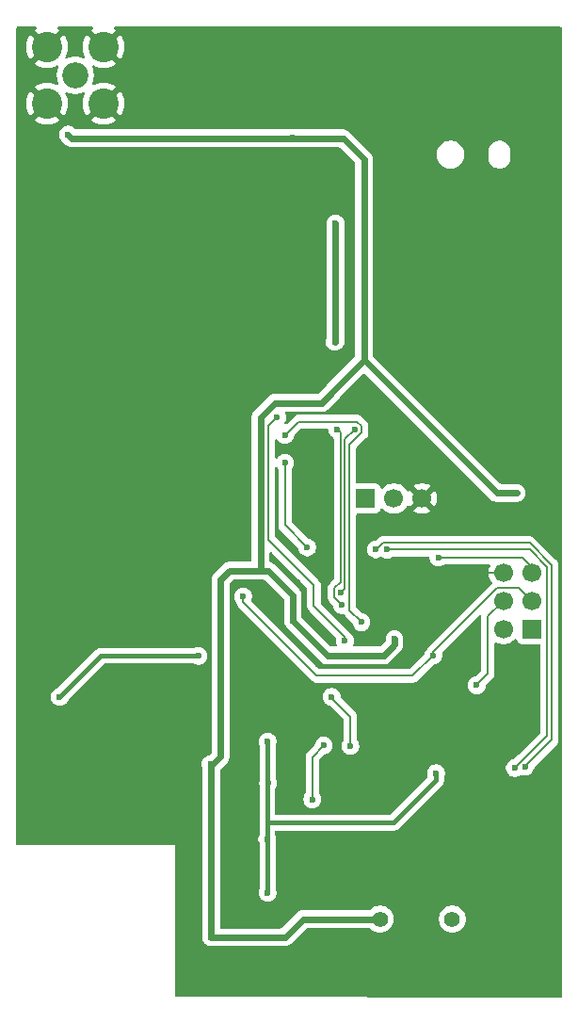
<source format=gbr>
%TF.GenerationSoftware,KiCad,Pcbnew,9.0.4*%
%TF.CreationDate,2025-08-21T19:00:15-05:00*%
%TF.ProjectId,ptFlex,7074466c-6578-42e6-9b69-6361645f7063,rev?*%
%TF.SameCoordinates,Original*%
%TF.FileFunction,Copper,L2,Bot*%
%TF.FilePolarity,Positive*%
%FSLAX46Y46*%
G04 Gerber Fmt 4.6, Leading zero omitted, Abs format (unit mm)*
G04 Created by KiCad (PCBNEW 9.0.4) date 2025-08-21 19:00:15*
%MOMM*%
%LPD*%
G01*
G04 APERTURE LIST*
%TA.AperFunction,ComponentPad*%
%ADD10R,1.700000X1.700000*%
%TD*%
%TA.AperFunction,ComponentPad*%
%ADD11C,1.700000*%
%TD*%
%TA.AperFunction,ComponentPad*%
%ADD12C,1.408000*%
%TD*%
%TA.AperFunction,ComponentPad*%
%ADD13C,2.340000*%
%TD*%
%TA.AperFunction,ComponentPad*%
%ADD14C,2.740000*%
%TD*%
%TA.AperFunction,ViaPad*%
%ADD15C,0.600000*%
%TD*%
%TA.AperFunction,Conductor*%
%ADD16C,0.200000*%
%TD*%
%TA.AperFunction,Conductor*%
%ADD17C,0.400000*%
%TD*%
%TA.AperFunction,Conductor*%
%ADD18C,0.600000*%
%TD*%
G04 APERTURE END LIST*
D10*
%TO.P,J2,1,Pin_1*%
%TO.N,Net-(J2-Pin_1)*%
X148260000Y-100500000D03*
D11*
%TO.P,J2,2,Pin_2*%
%TO.N,Net-(J2-Pin_2)*%
X150800000Y-100500000D03*
%TO.P,J2,3,Pin_3*%
%TO.N,GND*%
X153340000Y-100500000D03*
%TD*%
D12*
%TO.P,PZ1,N*%
%TO.N,Net-(D4-A)*%
X156050000Y-138300000D03*
%TO.P,PZ1,P*%
%TO.N,+5V*%
X149550000Y-138300000D03*
%TD*%
D13*
%TO.P,ANT2,1,In*%
%TO.N,Net-(ANT2-In)*%
X122140000Y-62460000D03*
D14*
%TO.P,ANT2,2,Ext*%
%TO.N,GND*%
X119600000Y-65000000D03*
X124680000Y-65000000D03*
X119600000Y-59920000D03*
X124680000Y-59920000D03*
%TD*%
D10*
%TO.P,J4,1,Pin_1*%
%TO.N,MISO*%
X163200000Y-112240000D03*
D11*
%TO.P,J4,2,Pin_2*%
%TO.N,+5V*%
X160660000Y-112240000D03*
%TO.P,J4,3,Pin_3*%
%TO.N,SCK*%
X163200000Y-109700000D03*
%TO.P,J4,4,Pin_4*%
%TO.N,MOSI*%
X160660000Y-109700000D03*
%TO.P,J4,5,Pin_5*%
%TO.N,RESET*%
X163200000Y-107160000D03*
%TO.P,J4,6,Pin_6*%
%TO.N,GND*%
X160660000Y-107160000D03*
%TD*%
D15*
%TO.N,GND*%
X136900000Y-134500000D03*
X150100000Y-118400000D03*
X117400000Y-124671400D03*
X130546000Y-119846000D03*
X133700000Y-112700000D03*
X123446000Y-84546000D03*
X144700000Y-136400000D03*
X134800000Y-87300000D03*
X117400000Y-75274600D03*
X137400000Y-120100000D03*
X153848667Y-144600000D03*
X131746000Y-139846000D03*
X134800000Y-83300000D03*
X150100000Y-134700000D03*
X117400000Y-99973000D03*
X117400000Y-87623800D03*
X140400000Y-90700000D03*
X153000000Y-124900000D03*
X151560000Y-58800000D03*
X142146000Y-108046000D03*
X136700000Y-108200000D03*
X130546000Y-130846000D03*
X159400000Y-95000000D03*
X153100000Y-106800000D03*
X117400000Y-118496800D03*
X153646000Y-130046000D03*
X160800000Y-114800000D03*
X144000000Y-115400000D03*
X131746000Y-144600000D03*
X146000000Y-88200000D03*
X131746000Y-134546000D03*
X134800000Y-95100000D03*
X127700000Y-106500000D03*
X152400000Y-115200000D03*
X117400000Y-112322200D03*
X144100000Y-98100000D03*
X117400000Y-130846000D03*
X133700000Y-107900000D03*
X133700000Y-110000000D03*
X123446000Y-92446000D03*
X163021000Y-138071000D03*
X165000000Y-58800000D03*
X144700000Y-132500000D03*
X158280000Y-58800000D03*
X164900000Y-144600000D03*
X159400000Y-102300000D03*
X152900000Y-95300000D03*
X142546000Y-121046000D03*
X163200000Y-118400000D03*
X143200000Y-65900000D03*
X131400000Y-58800000D03*
X130546000Y-128546000D03*
X146875000Y-79725000D03*
X117400000Y-69100000D03*
X134800000Y-90800000D03*
X158683500Y-130046000D03*
X117400000Y-81449200D03*
X164900000Y-129900000D03*
X162500000Y-102300000D03*
X157900000Y-114800000D03*
X143900000Y-106800000D03*
X134800000Y-76995408D03*
X143575000Y-81525000D03*
X147800000Y-90200000D03*
X138346000Y-142346000D03*
X140246000Y-111346000D03*
X150600000Y-88200000D03*
X117400000Y-106147600D03*
X134800000Y-100400000D03*
X141446000Y-116746000D03*
X144840000Y-58800000D03*
X125546000Y-118146000D03*
X152325000Y-77765000D03*
X157600000Y-108700000D03*
X137300000Y-66700000D03*
X138120000Y-58800000D03*
X117400000Y-93798400D03*
X130546000Y-122546000D03*
X149846000Y-109996000D03*
X142797333Y-144600000D03*
X148400000Y-113300000D03*
X156900000Y-118400000D03*
%TO.N,MOSI*%
X158246000Y-117296000D03*
%TO.N,SCK*%
X137246000Y-109300000D03*
X154346000Y-114596000D03*
%TO.N,RESET*%
X154800000Y-105800000D03*
%TO.N,GPS-TX*%
X144485628Y-122706372D03*
X143446000Y-127546000D03*
%TO.N,+3.3V*%
X139484263Y-126084263D03*
X154600000Y-125200000D03*
X139446000Y-122346000D03*
X139446000Y-135946000D03*
X139410026Y-131110026D03*
%TO.N,XMIT-PTT*%
X143000000Y-104900000D03*
X141000000Y-97300000D03*
%TO.N,XMIT-TX-AUDIO*%
X146046000Y-108996000D03*
X147300000Y-94300000D03*
%TO.N,XMIT-POWERSAVE*%
X145700000Y-94300000D03*
X146146000Y-110096000D03*
%TO.N,SDA*%
X161673000Y-124727000D03*
X150200000Y-105100000D03*
%TO.N,SCL*%
X149174265Y-105074265D03*
X162623000Y-124600000D03*
%TO.N,Net-(D1-K)*%
X145475000Y-86425000D03*
X145546000Y-75800000D03*
%TO.N,XMIT-TX*%
X146400000Y-113300000D03*
X140300000Y-93200000D03*
%TO.N,+5V*%
X148129000Y-83879000D03*
X141700000Y-68100000D03*
X134346000Y-139946000D03*
X144312500Y-91912500D03*
X161846000Y-99999333D03*
X150846000Y-113146000D03*
X134296000Y-124396000D03*
X141700000Y-111500000D03*
X134346000Y-128346000D03*
X121500000Y-67800000D03*
%TO.N,XMIT-RX*%
X147875000Y-111625000D03*
X141000000Y-94800000D03*
%TO.N,PIEZO*%
X145209235Y-118334235D03*
X146883500Y-122746000D03*
%TO.N,Net-(Q3-D)*%
X120746000Y-118346000D03*
X133200000Y-114646000D03*
%TD*%
D16*
%TO.N,GND*%
X160660000Y-107160000D02*
X158240000Y-107160000D01*
%TO.N,MOSI*%
X159246000Y-116245000D02*
X159246000Y-111114000D01*
X159246000Y-111114000D02*
X160660000Y-109700000D01*
X158246000Y-117245000D02*
X159246000Y-116245000D01*
X158246000Y-117296000D02*
X158246000Y-117245000D01*
%TO.N,SCK*%
X137246000Y-109300000D02*
X137246000Y-109846000D01*
X163200000Y-109700000D02*
X162049000Y-108549000D01*
X143846000Y-116446000D02*
X152496000Y-116446000D01*
X154346000Y-114254000D02*
X160051000Y-108549000D01*
X152496000Y-116446000D02*
X154346000Y-114596000D01*
X160051000Y-108549000D02*
X162049000Y-108549000D01*
X137246000Y-109846000D02*
X143846000Y-116446000D01*
X154346000Y-114596000D02*
X154346000Y-114254000D01*
%TO.N,RESET*%
X162320000Y-105800000D02*
X163686000Y-107166000D01*
X154800000Y-105800000D02*
X162320000Y-105800000D01*
%TO.N,GPS-TX*%
X143446000Y-127546000D02*
X143446000Y-123746000D01*
X143446000Y-123746000D02*
X144485628Y-122706372D01*
D17*
%TO.N,+3.3V*%
X154600000Y-125792000D02*
X150746000Y-129646000D01*
X139446000Y-126046000D02*
X139484263Y-126084263D01*
X139410026Y-129600000D02*
X139410026Y-126158500D01*
X139446000Y-122346000D02*
X139446000Y-126046000D01*
X139456026Y-129646000D02*
X139410026Y-129600000D01*
X139410026Y-131110026D02*
X139410026Y-129600000D01*
X150746000Y-129646000D02*
X139456026Y-129646000D01*
X154600000Y-125200000D02*
X154600000Y-125792000D01*
X139446000Y-135946000D02*
X139446000Y-131146000D01*
D16*
X139410026Y-126158500D02*
X139484263Y-126084263D01*
D17*
X139446000Y-131146000D02*
X139410026Y-131110026D01*
D16*
%TO.N,XMIT-PTT*%
X143000000Y-104900000D02*
X141000000Y-102900000D01*
X141000000Y-102900000D02*
X141000000Y-97300000D01*
%TO.N,XMIT-TX-AUDIO*%
X146400000Y-95200000D02*
X146400000Y-108642000D01*
X146400000Y-108642000D02*
X146046000Y-108996000D01*
X147300000Y-94300000D02*
X146400000Y-95200000D01*
%TO.N,XMIT-POWERSAVE*%
X146100000Y-110000000D02*
X146100000Y-110050000D01*
X145999000Y-107999000D02*
X146000000Y-108000000D01*
X145999000Y-94599000D02*
X145999000Y-107999000D01*
X146000000Y-108000000D02*
X145445000Y-108555000D01*
X145445000Y-108555000D02*
X145445000Y-109395000D01*
X145445000Y-109395000D02*
X146146000Y-110096000D01*
X146100000Y-110050000D02*
X146146000Y-110096000D01*
X145700000Y-94300000D02*
X145999000Y-94599000D01*
%TO.N,SDA*%
X164600000Y-106700000D02*
X164600000Y-121800000D01*
X150200000Y-105100000D02*
X163000000Y-105100000D01*
X162022000Y-124378000D02*
X161673000Y-124727000D01*
X163000000Y-105100000D02*
X164600000Y-106700000D01*
X162401000Y-123999000D02*
X162374057Y-123999000D01*
X162022000Y-124351057D02*
X162022000Y-124378000D01*
X162374057Y-123999000D02*
X162022000Y-124351057D01*
X164600000Y-121800000D02*
X162401000Y-123999000D01*
%TO.N,SCL*%
X149174265Y-105074265D02*
X149225735Y-105074265D01*
X149225735Y-105074265D02*
X149801000Y-104499000D01*
X165001000Y-106533900D02*
X165001000Y-121966100D01*
X162623000Y-124577000D02*
X162623000Y-124600000D01*
X149801000Y-104499000D02*
X162999000Y-104499000D01*
X165000000Y-106500000D02*
X165000000Y-106532900D01*
X162999000Y-104499000D02*
X165000000Y-106500000D01*
X165000000Y-121967100D02*
X165000000Y-122200000D01*
X165001000Y-121966100D02*
X165000000Y-121967100D01*
X165000000Y-122200000D02*
X162623000Y-124577000D01*
X165000000Y-106532900D02*
X165001000Y-106533900D01*
D18*
%TO.N,Net-(D1-K)*%
X145546000Y-75800000D02*
X145546000Y-86354000D01*
X145546000Y-86354000D02*
X145475000Y-86425000D01*
D16*
%TO.N,XMIT-TX*%
X139500000Y-104200000D02*
X143601000Y-108301000D01*
X140300000Y-93200000D02*
X139500000Y-94000000D01*
X146400000Y-112949943D02*
X146400000Y-113300000D01*
X143601000Y-110150943D02*
X146400000Y-112949943D01*
X139500000Y-94000000D02*
X139500000Y-104200000D01*
X143601000Y-108301000D02*
X143601000Y-110150943D01*
D18*
%TO.N,+5V*%
X146246000Y-68146000D02*
X148100000Y-70000000D01*
X138800000Y-93200000D02*
X138800000Y-107000000D01*
X135200000Y-123692000D02*
X135200000Y-107800000D01*
X141700000Y-111500000D02*
X141700000Y-109200000D01*
X121846000Y-68146000D02*
X146246000Y-68146000D01*
X148100000Y-70000000D02*
X148100000Y-83850000D01*
X140996000Y-139946000D02*
X142642000Y-138300000D01*
X134346000Y-139946000D02*
X140996000Y-139946000D01*
X160057333Y-99999333D02*
X161846000Y-99999333D01*
X141700000Y-111500000D02*
X144800000Y-114600000D01*
X150846000Y-113654000D02*
X150846000Y-113146000D01*
X137100000Y-107000000D02*
X138800000Y-107000000D01*
D16*
X144312500Y-91912500D02*
X144300000Y-91900000D01*
D18*
X144300000Y-91900000D02*
X140100000Y-91900000D01*
X140100000Y-91900000D02*
X138800000Y-93200000D01*
X148100000Y-83850000D02*
X148129000Y-83879000D01*
X141700000Y-109200000D02*
X139500000Y-107000000D01*
X145292667Y-90932333D02*
X144312500Y-91912500D01*
X134346000Y-139946000D02*
X134346000Y-128346000D01*
X148129000Y-88071000D02*
X145292667Y-90907333D01*
X136000000Y-107000000D02*
X137100000Y-107000000D01*
X142642000Y-138300000D02*
X149600000Y-138300000D01*
X139500000Y-107000000D02*
X138800000Y-107000000D01*
X135200000Y-107800000D02*
X136000000Y-107000000D01*
X134296000Y-124396000D02*
X134496000Y-124396000D01*
X148200000Y-88142000D02*
X160057333Y-99999333D01*
D16*
X134346000Y-124446000D02*
X134296000Y-124396000D01*
D18*
X121500000Y-67800000D02*
X121846000Y-68146000D01*
X144800000Y-114600000D02*
X149900000Y-114600000D01*
X134346000Y-128346000D02*
X134346000Y-124446000D01*
X149900000Y-114600000D02*
X150846000Y-113654000D01*
X148129000Y-83879000D02*
X148129000Y-88071000D01*
X145292667Y-90907333D02*
X145292667Y-90932333D01*
X134496000Y-124396000D02*
X135200000Y-123692000D01*
D16*
%TO.N,XMIT-RX*%
X147900000Y-94600000D02*
X147900000Y-94000000D01*
X146800000Y-95700000D02*
X147900000Y-94600000D01*
X142200000Y-93600000D02*
X141000000Y-94800000D01*
X147500000Y-93600000D02*
X142200000Y-93600000D01*
X147900000Y-94000000D02*
X147500000Y-93600000D01*
X147875000Y-111625000D02*
X146800000Y-110550000D01*
X146800000Y-110550000D02*
X146800000Y-95700000D01*
%TO.N,PIEZO*%
X145209235Y-118459235D02*
X146883500Y-120133500D01*
X146883500Y-120133500D02*
X146883500Y-122746000D01*
X145209235Y-118334235D02*
X145209235Y-118459235D01*
D17*
%TO.N,Net-(Q3-D)*%
X133200000Y-114646000D02*
X124446000Y-114646000D01*
X124446000Y-114646000D02*
X120746000Y-118346000D01*
%TD*%
%TA.AperFunction,Conductor*%
%TO.N,GND*%
G36*
X139805703Y-105355384D02*
G01*
X139812181Y-105361416D01*
X142964181Y-108513416D01*
X142997666Y-108574739D01*
X143000500Y-108601097D01*
X143000500Y-110064273D01*
X143000499Y-110064291D01*
X143000499Y-110229997D01*
X143000498Y-110229997D01*
X143017794Y-110294545D01*
X143041423Y-110382728D01*
X143041424Y-110382729D01*
X143053777Y-110404127D01*
X143053778Y-110404128D01*
X143120475Y-110519652D01*
X143120481Y-110519660D01*
X143239349Y-110638528D01*
X143239355Y-110638533D01*
X145589545Y-112988724D01*
X145623030Y-113050047D01*
X145623481Y-113100597D01*
X145599500Y-113221155D01*
X145599500Y-113378846D01*
X145630261Y-113533489D01*
X145630263Y-113533497D01*
X145653873Y-113590498D01*
X145669427Y-113628047D01*
X145676896Y-113697517D01*
X145645621Y-113759996D01*
X145585532Y-113795648D01*
X145554866Y-113799500D01*
X145182940Y-113799500D01*
X145115901Y-113779815D01*
X145095259Y-113763181D01*
X142536819Y-111204741D01*
X142503334Y-111143418D01*
X142500500Y-111117060D01*
X142500500Y-109121155D01*
X142500499Y-109121153D01*
X142469738Y-108966510D01*
X142469737Y-108966503D01*
X142450812Y-108920814D01*
X142409397Y-108820827D01*
X142409390Y-108820814D01*
X142321790Y-108689712D01*
X142266135Y-108634057D01*
X142210289Y-108578211D01*
X141192177Y-107560099D01*
X140010292Y-106378213D01*
X140010288Y-106378210D01*
X139879185Y-106290609D01*
X139879172Y-106290602D01*
X139733501Y-106230264D01*
X139733489Y-106230261D01*
X139700309Y-106223661D01*
X139638398Y-106191276D01*
X139603824Y-106130561D01*
X139600500Y-106102044D01*
X139600500Y-105449097D01*
X139620185Y-105382058D01*
X139672989Y-105336303D01*
X139742147Y-105326359D01*
X139805703Y-105355384D01*
G37*
%TD.AperFunction*%
%TA.AperFunction,Conductor*%
G36*
X118615732Y-58120185D02*
G01*
X118661487Y-58172989D01*
X118671431Y-58242147D01*
X118642406Y-58305703D01*
X118610693Y-58331887D01*
X118558855Y-58361815D01*
X118466350Y-58432796D01*
X118466350Y-58432797D01*
X119199438Y-59165885D01*
X119197374Y-59166740D01*
X119058156Y-59259762D01*
X118939762Y-59378156D01*
X118846740Y-59517374D01*
X118845885Y-59519438D01*
X118112797Y-58786350D01*
X118112796Y-58786350D01*
X118041815Y-58878855D01*
X117919251Y-59091142D01*
X117919247Y-59091152D01*
X117825443Y-59317614D01*
X117761996Y-59554401D01*
X117730000Y-59797426D01*
X117730000Y-60042573D01*
X117761996Y-60285598D01*
X117825443Y-60522385D01*
X117919247Y-60748847D01*
X117919251Y-60748857D01*
X118041812Y-60961140D01*
X118112797Y-61053648D01*
X118845884Y-60320561D01*
X118846740Y-60322626D01*
X118939762Y-60461844D01*
X119058156Y-60580238D01*
X119197374Y-60673260D01*
X119199437Y-60674114D01*
X118466350Y-61407200D01*
X118466350Y-61407201D01*
X118558854Y-61478183D01*
X118771143Y-61600748D01*
X118771152Y-61600752D01*
X118997614Y-61694556D01*
X119234401Y-61758003D01*
X119477426Y-61789999D01*
X119477441Y-61790000D01*
X119722559Y-61790000D01*
X119722573Y-61789999D01*
X119965598Y-61758003D01*
X120202385Y-61694556D01*
X120428847Y-61600752D01*
X120428854Y-61600749D01*
X120452807Y-61586920D01*
X120520707Y-61570446D01*
X120586734Y-61593297D01*
X120629926Y-61648218D01*
X120636569Y-61717771D01*
X120629370Y-61741756D01*
X120622641Y-61758003D01*
X120554758Y-61921884D01*
X120498084Y-62133399D01*
X120498082Y-62133410D01*
X120469500Y-62350502D01*
X120469500Y-62569497D01*
X120493306Y-62750314D01*
X120498083Y-62786598D01*
X120498084Y-62786600D01*
X120554757Y-62998112D01*
X120554759Y-62998117D01*
X120629370Y-63178242D01*
X120636839Y-63247709D01*
X120605564Y-63310188D01*
X120545476Y-63345841D01*
X120475651Y-63343348D01*
X120452810Y-63333081D01*
X120428852Y-63319249D01*
X120428847Y-63319247D01*
X120202385Y-63225443D01*
X119965598Y-63161996D01*
X119722573Y-63130000D01*
X119477426Y-63130000D01*
X119234401Y-63161996D01*
X118997614Y-63225443D01*
X118771152Y-63319247D01*
X118771142Y-63319251D01*
X118558855Y-63441815D01*
X118466350Y-63512796D01*
X118466350Y-63512797D01*
X119199438Y-64245884D01*
X119197374Y-64246740D01*
X119058156Y-64339762D01*
X118939762Y-64458156D01*
X118846740Y-64597374D01*
X118845885Y-64599438D01*
X118112797Y-63866350D01*
X118112796Y-63866350D01*
X118041815Y-63958855D01*
X117919251Y-64171142D01*
X117919247Y-64171152D01*
X117825443Y-64397614D01*
X117761996Y-64634401D01*
X117730000Y-64877426D01*
X117730000Y-65122573D01*
X117761996Y-65365598D01*
X117825443Y-65602385D01*
X117919247Y-65828847D01*
X117919251Y-65828857D01*
X118041812Y-66041140D01*
X118112797Y-66133648D01*
X118845884Y-65400561D01*
X118846740Y-65402626D01*
X118939762Y-65541844D01*
X119058156Y-65660238D01*
X119197374Y-65753260D01*
X119199437Y-65754114D01*
X118466350Y-66487200D01*
X118466350Y-66487201D01*
X118558854Y-66558183D01*
X118771143Y-66680748D01*
X118771152Y-66680752D01*
X118997614Y-66774556D01*
X119234401Y-66838003D01*
X119477426Y-66869999D01*
X119477441Y-66870000D01*
X119722559Y-66870000D01*
X119722573Y-66869999D01*
X119965598Y-66838003D01*
X120202385Y-66774556D01*
X120428847Y-66680752D01*
X120428856Y-66680748D01*
X120641151Y-66558180D01*
X120733648Y-66487203D01*
X120733648Y-66487200D01*
X120000562Y-65754114D01*
X120002626Y-65753260D01*
X120141844Y-65660238D01*
X120260238Y-65541844D01*
X120353260Y-65402626D01*
X120354114Y-65400561D01*
X121087200Y-66133648D01*
X121087203Y-66133648D01*
X121158180Y-66041151D01*
X121280748Y-65828856D01*
X121280752Y-65828847D01*
X121374556Y-65602385D01*
X121438003Y-65365598D01*
X121469999Y-65122573D01*
X121470000Y-65122559D01*
X121470000Y-64877440D01*
X121469999Y-64877426D01*
X121438003Y-64634401D01*
X121374556Y-64397614D01*
X121280752Y-64171152D01*
X121280748Y-64171143D01*
X121266919Y-64147190D01*
X121250446Y-64079290D01*
X121273299Y-64013263D01*
X121328220Y-63970072D01*
X121397773Y-63963431D01*
X121421745Y-63970624D01*
X121601883Y-64045241D01*
X121813402Y-64101917D01*
X122030510Y-64130500D01*
X122030517Y-64130500D01*
X122249483Y-64130500D01*
X122249490Y-64130500D01*
X122466598Y-64101917D01*
X122678117Y-64045241D01*
X122858245Y-63970628D01*
X122927708Y-63963160D01*
X122990188Y-63994434D01*
X123025841Y-64054523D01*
X123023348Y-64124348D01*
X123013082Y-64147187D01*
X122999250Y-64171144D01*
X122999247Y-64171152D01*
X122905443Y-64397614D01*
X122841996Y-64634401D01*
X122810000Y-64877426D01*
X122810000Y-65122573D01*
X122841996Y-65365598D01*
X122905443Y-65602385D01*
X122999247Y-65828847D01*
X122999251Y-65828857D01*
X123121812Y-66041140D01*
X123192797Y-66133648D01*
X123925884Y-65400560D01*
X123926740Y-65402626D01*
X124019762Y-65541844D01*
X124138156Y-65660238D01*
X124277374Y-65753260D01*
X124279437Y-65754114D01*
X123546350Y-66487200D01*
X123546350Y-66487201D01*
X123638854Y-66558183D01*
X123851143Y-66680748D01*
X123851152Y-66680752D01*
X124077614Y-66774556D01*
X124314401Y-66838003D01*
X124557426Y-66869999D01*
X124557441Y-66870000D01*
X124802559Y-66870000D01*
X124802573Y-66869999D01*
X125045598Y-66838003D01*
X125282385Y-66774556D01*
X125508847Y-66680752D01*
X125508856Y-66680748D01*
X125721151Y-66558180D01*
X125813648Y-66487203D01*
X125813648Y-66487200D01*
X125080562Y-65754114D01*
X125082626Y-65753260D01*
X125221844Y-65660238D01*
X125340238Y-65541844D01*
X125433260Y-65402626D01*
X125434114Y-65400562D01*
X126167200Y-66133648D01*
X126167203Y-66133648D01*
X126238180Y-66041151D01*
X126360748Y-65828856D01*
X126360752Y-65828847D01*
X126454556Y-65602385D01*
X126518003Y-65365598D01*
X126549999Y-65122573D01*
X126550000Y-65122559D01*
X126550000Y-64877440D01*
X126549999Y-64877426D01*
X126518003Y-64634401D01*
X126454556Y-64397614D01*
X126360752Y-64171152D01*
X126360748Y-64171143D01*
X126238183Y-63958854D01*
X126167201Y-63866350D01*
X126167200Y-63866350D01*
X125434114Y-64599436D01*
X125433260Y-64597374D01*
X125340238Y-64458156D01*
X125221844Y-64339762D01*
X125082626Y-64246740D01*
X125080560Y-64245884D01*
X125813648Y-63512797D01*
X125721140Y-63441812D01*
X125508857Y-63319251D01*
X125508847Y-63319247D01*
X125282385Y-63225443D01*
X125045598Y-63161996D01*
X124802573Y-63130000D01*
X124557426Y-63130000D01*
X124314401Y-63161996D01*
X124077614Y-63225443D01*
X123851152Y-63319247D01*
X123851144Y-63319250D01*
X123827187Y-63333082D01*
X123759287Y-63349552D01*
X123693260Y-63326699D01*
X123650071Y-63271776D01*
X123643431Y-63202223D01*
X123650623Y-63178257D01*
X123725241Y-62998117D01*
X123781917Y-62786598D01*
X123810500Y-62569490D01*
X123810500Y-62350510D01*
X123781917Y-62133402D01*
X123725241Y-61921883D01*
X123650628Y-61741754D01*
X123643160Y-61672290D01*
X123674434Y-61609811D01*
X123734523Y-61574158D01*
X123804348Y-61576651D01*
X123827190Y-61586919D01*
X123851143Y-61600748D01*
X123851152Y-61600752D01*
X124077614Y-61694556D01*
X124314401Y-61758003D01*
X124557426Y-61789999D01*
X124557441Y-61790000D01*
X124802559Y-61790000D01*
X124802573Y-61789999D01*
X125045598Y-61758003D01*
X125282385Y-61694556D01*
X125508847Y-61600752D01*
X125508856Y-61600748D01*
X125721151Y-61478180D01*
X125813648Y-61407203D01*
X125813648Y-61407200D01*
X125080561Y-60674114D01*
X125082626Y-60673260D01*
X125221844Y-60580238D01*
X125340238Y-60461844D01*
X125433260Y-60322626D01*
X125434114Y-60320562D01*
X126167200Y-61053648D01*
X126167203Y-61053648D01*
X126238180Y-60961151D01*
X126360748Y-60748856D01*
X126360752Y-60748847D01*
X126454556Y-60522385D01*
X126518003Y-60285598D01*
X126549999Y-60042573D01*
X126550000Y-60042559D01*
X126550000Y-59797440D01*
X126549999Y-59797426D01*
X126518003Y-59554401D01*
X126454556Y-59317614D01*
X126360752Y-59091152D01*
X126360748Y-59091143D01*
X126238183Y-58878854D01*
X126167201Y-58786350D01*
X126167200Y-58786350D01*
X125434114Y-59519436D01*
X125433260Y-59517374D01*
X125340238Y-59378156D01*
X125221844Y-59259762D01*
X125082626Y-59166740D01*
X125080560Y-59165884D01*
X125813648Y-58432797D01*
X125721139Y-58361812D01*
X125669307Y-58331887D01*
X125621091Y-58281320D01*
X125607868Y-58212713D01*
X125633836Y-58147848D01*
X125690750Y-58107320D01*
X125731307Y-58100500D01*
X165775500Y-58100500D01*
X165842539Y-58120185D01*
X165888294Y-58172989D01*
X165899500Y-58224500D01*
X165899500Y-145220926D01*
X165879815Y-145287965D01*
X165827011Y-145333720D01*
X165775386Y-145344926D01*
X131269886Y-145313243D01*
X131202865Y-145293497D01*
X131157158Y-145240651D01*
X131146000Y-145189243D01*
X131146000Y-131646000D01*
X116931947Y-131646000D01*
X116864908Y-131626315D01*
X116819153Y-131573511D01*
X116807947Y-131521935D01*
X116814860Y-118267153D01*
X119945500Y-118267153D01*
X119945500Y-118424846D01*
X119976261Y-118579489D01*
X119976264Y-118579501D01*
X120036602Y-118725172D01*
X120036609Y-118725185D01*
X120124210Y-118856288D01*
X120124213Y-118856292D01*
X120235707Y-118967786D01*
X120235711Y-118967789D01*
X120366814Y-119055390D01*
X120366827Y-119055397D01*
X120501482Y-119111172D01*
X120512503Y-119115737D01*
X120623270Y-119137770D01*
X120667153Y-119146499D01*
X120667156Y-119146500D01*
X120667158Y-119146500D01*
X120824844Y-119146500D01*
X120824845Y-119146499D01*
X120979497Y-119115737D01*
X121125179Y-119055394D01*
X121256289Y-118967789D01*
X121367789Y-118856289D01*
X121455394Y-118725179D01*
X121455395Y-118725176D01*
X121455397Y-118725173D01*
X121515192Y-118580812D01*
X121542069Y-118540586D01*
X124699838Y-115382819D01*
X124761161Y-115349334D01*
X124787519Y-115346500D01*
X132774684Y-115346500D01*
X132822136Y-115355939D01*
X132921482Y-115397089D01*
X132966503Y-115415737D01*
X133121153Y-115446499D01*
X133121156Y-115446500D01*
X133121158Y-115446500D01*
X133278844Y-115446500D01*
X133278845Y-115446499D01*
X133433497Y-115415737D01*
X133579179Y-115355394D01*
X133710289Y-115267789D01*
X133821789Y-115156289D01*
X133909394Y-115025179D01*
X133969737Y-114879497D01*
X134000500Y-114724842D01*
X134000500Y-114567158D01*
X134000500Y-114567155D01*
X134000499Y-114567153D01*
X133969738Y-114412510D01*
X133969737Y-114412503D01*
X133949029Y-114362508D01*
X133909397Y-114266827D01*
X133909390Y-114266814D01*
X133821789Y-114135711D01*
X133821786Y-114135707D01*
X133710292Y-114024213D01*
X133710288Y-114024210D01*
X133579185Y-113936609D01*
X133579172Y-113936602D01*
X133433501Y-113876264D01*
X133433489Y-113876261D01*
X133278845Y-113845500D01*
X133278842Y-113845500D01*
X133121158Y-113845500D01*
X133121155Y-113845500D01*
X132966510Y-113876261D01*
X132966498Y-113876264D01*
X132822136Y-113936061D01*
X132774684Y-113945500D01*
X124377003Y-113945500D01*
X124268590Y-113967065D01*
X124268589Y-113967065D01*
X124241671Y-113972420D01*
X124114190Y-114025224D01*
X123999454Y-114101887D01*
X120551412Y-117549929D01*
X120511184Y-117576809D01*
X120366823Y-117636604D01*
X120366814Y-117636609D01*
X120235711Y-117724210D01*
X120235707Y-117724213D01*
X120124213Y-117835707D01*
X120124210Y-117835711D01*
X120036609Y-117966814D01*
X120036602Y-117966827D01*
X119976264Y-118112498D01*
X119976261Y-118112510D01*
X119945500Y-118267153D01*
X116814860Y-118267153D01*
X116814863Y-118261001D01*
X116831508Y-86346153D01*
X144674500Y-86346153D01*
X144674500Y-86503846D01*
X144705261Y-86658489D01*
X144705264Y-86658501D01*
X144765602Y-86804172D01*
X144765609Y-86804185D01*
X144853210Y-86935288D01*
X144853213Y-86935292D01*
X144964707Y-87046786D01*
X144964711Y-87046789D01*
X145095814Y-87134390D01*
X145095827Y-87134397D01*
X145241498Y-87194735D01*
X145241503Y-87194737D01*
X145396153Y-87225499D01*
X145396156Y-87225500D01*
X145396158Y-87225500D01*
X145553844Y-87225500D01*
X145553845Y-87225499D01*
X145708497Y-87194737D01*
X145854179Y-87134394D01*
X145985289Y-87046789D01*
X146167789Y-86864289D01*
X146255394Y-86733179D01*
X146315737Y-86587497D01*
X146346500Y-86432842D01*
X146346500Y-75721158D01*
X146346500Y-75721155D01*
X146346499Y-75721153D01*
X146315738Y-75566510D01*
X146315737Y-75566503D01*
X146315735Y-75566498D01*
X146255397Y-75420827D01*
X146255390Y-75420814D01*
X146167789Y-75289711D01*
X146167786Y-75289707D01*
X146056292Y-75178213D01*
X146056288Y-75178210D01*
X145925185Y-75090609D01*
X145925172Y-75090602D01*
X145779501Y-75030264D01*
X145779489Y-75030261D01*
X145624845Y-74999500D01*
X145624842Y-74999500D01*
X145467158Y-74999500D01*
X145467155Y-74999500D01*
X145312510Y-75030261D01*
X145312498Y-75030264D01*
X145166827Y-75090602D01*
X145166814Y-75090609D01*
X145035711Y-75178210D01*
X145035707Y-75178213D01*
X144924213Y-75289707D01*
X144924210Y-75289711D01*
X144836609Y-75420814D01*
X144836602Y-75420827D01*
X144776264Y-75566498D01*
X144776261Y-75566510D01*
X144745500Y-75721153D01*
X144745500Y-86069697D01*
X144736061Y-86117149D01*
X144705263Y-86191501D01*
X144705260Y-86191511D01*
X144674500Y-86346153D01*
X116831508Y-86346153D01*
X116831511Y-86340001D01*
X116841222Y-67721153D01*
X120699500Y-67721153D01*
X120699500Y-67878846D01*
X120730261Y-68033489D01*
X120730264Y-68033501D01*
X120790602Y-68179172D01*
X120790609Y-68179185D01*
X120878210Y-68310288D01*
X120878213Y-68310292D01*
X121335707Y-68767786D01*
X121335711Y-68767789D01*
X121466814Y-68855390D01*
X121466827Y-68855397D01*
X121612498Y-68915735D01*
X121612503Y-68915737D01*
X121757576Y-68944594D01*
X121767153Y-68946499D01*
X121767156Y-68946500D01*
X121767158Y-68946500D01*
X121924842Y-68946500D01*
X145863060Y-68946500D01*
X145930099Y-68966185D01*
X145950741Y-68982819D01*
X147263181Y-70295259D01*
X147296666Y-70356582D01*
X147299500Y-70382940D01*
X147299500Y-83771158D01*
X147299500Y-83928842D01*
X147299500Y-83928844D01*
X147299499Y-83928844D01*
X147326117Y-84062652D01*
X147328500Y-84086844D01*
X147328500Y-87688060D01*
X147308815Y-87755099D01*
X147292181Y-87775741D01*
X144782378Y-90285544D01*
X144726629Y-90341293D01*
X144670880Y-90397041D01*
X144627319Y-90462233D01*
X144611899Y-90481021D01*
X144029741Y-91063181D01*
X143968418Y-91096666D01*
X143942060Y-91099500D01*
X140021153Y-91099500D01*
X139866510Y-91130260D01*
X139866502Y-91130262D01*
X139720824Y-91190604D01*
X139720814Y-91190609D01*
X139589711Y-91278210D01*
X139589707Y-91278213D01*
X138333636Y-92534286D01*
X138289711Y-92578211D01*
X138246032Y-92621890D01*
X138178209Y-92689712D01*
X138090609Y-92820814D01*
X138090602Y-92820827D01*
X138030264Y-92966498D01*
X138030261Y-92966510D01*
X137999500Y-93121153D01*
X137999500Y-106075500D01*
X137979815Y-106142539D01*
X137927011Y-106188294D01*
X137875500Y-106199500D01*
X135921155Y-106199500D01*
X135766510Y-106230261D01*
X135766498Y-106230264D01*
X135620827Y-106290602D01*
X135620814Y-106290609D01*
X135489711Y-106378210D01*
X135489707Y-106378213D01*
X134814209Y-107053713D01*
X134689711Y-107178211D01*
X134642096Y-107225826D01*
X134578209Y-107289712D01*
X134490609Y-107420814D01*
X134490602Y-107420827D01*
X134430264Y-107566498D01*
X134430261Y-107566510D01*
X134399500Y-107721153D01*
X134399500Y-123309059D01*
X134379815Y-123376098D01*
X134363181Y-123396740D01*
X134177924Y-123581996D01*
X134116601Y-123615481D01*
X134114435Y-123615932D01*
X134062508Y-123626261D01*
X134062500Y-123626263D01*
X133916827Y-123686602D01*
X133916814Y-123686609D01*
X133785711Y-123774210D01*
X133785707Y-123774213D01*
X133674213Y-123885707D01*
X133674210Y-123885711D01*
X133586609Y-124016814D01*
X133586602Y-124016827D01*
X133526264Y-124162498D01*
X133526261Y-124162510D01*
X133495500Y-124317153D01*
X133495500Y-124474846D01*
X133526261Y-124629489D01*
X133526263Y-124629497D01*
X133536061Y-124653151D01*
X133545500Y-124700604D01*
X133545500Y-140024846D01*
X133576261Y-140179489D01*
X133576264Y-140179501D01*
X133636602Y-140325172D01*
X133636609Y-140325185D01*
X133724210Y-140456288D01*
X133724213Y-140456292D01*
X133835707Y-140567786D01*
X133835711Y-140567789D01*
X133966814Y-140655390D01*
X133966827Y-140655397D01*
X134112498Y-140715735D01*
X134112503Y-140715737D01*
X134267153Y-140746499D01*
X134267156Y-140746500D01*
X134267158Y-140746500D01*
X141074844Y-140746500D01*
X141074845Y-140746499D01*
X141229497Y-140715737D01*
X141375179Y-140655394D01*
X141506289Y-140567789D01*
X142937259Y-139136819D01*
X142998582Y-139103334D01*
X143024940Y-139100500D01*
X148595718Y-139100500D01*
X148662757Y-139120185D01*
X148683399Y-139136819D01*
X148765321Y-139218741D01*
X148918704Y-139330181D01*
X148998515Y-139370846D01*
X149087627Y-139416252D01*
X149087629Y-139416252D01*
X149087632Y-139416254D01*
X149267945Y-139474842D01*
X149361574Y-139489671D01*
X149455200Y-139504500D01*
X149455204Y-139504500D01*
X149644800Y-139504500D01*
X149728022Y-139491318D01*
X149832055Y-139474842D01*
X150012368Y-139416254D01*
X150181296Y-139330181D01*
X150334679Y-139218741D01*
X150468741Y-139084679D01*
X150580181Y-138931296D01*
X150666254Y-138762368D01*
X150724842Y-138582055D01*
X150741318Y-138478022D01*
X150754500Y-138394800D01*
X150754500Y-138205199D01*
X154845500Y-138205199D01*
X154845500Y-138394800D01*
X154875157Y-138582050D01*
X154875158Y-138582055D01*
X154914750Y-138703905D01*
X154933747Y-138762372D01*
X155019819Y-138931296D01*
X155131259Y-139084679D01*
X155265321Y-139218741D01*
X155418704Y-139330181D01*
X155498515Y-139370846D01*
X155587627Y-139416252D01*
X155587629Y-139416252D01*
X155587632Y-139416254D01*
X155767945Y-139474842D01*
X155861574Y-139489671D01*
X155955200Y-139504500D01*
X155955204Y-139504500D01*
X156144800Y-139504500D01*
X156228022Y-139491318D01*
X156332055Y-139474842D01*
X156512368Y-139416254D01*
X156681296Y-139330181D01*
X156834679Y-139218741D01*
X156968741Y-139084679D01*
X157080181Y-138931296D01*
X157166254Y-138762368D01*
X157224842Y-138582055D01*
X157241318Y-138478022D01*
X157254500Y-138394800D01*
X157254500Y-138205199D01*
X157238023Y-138101171D01*
X157224842Y-138017945D01*
X157166254Y-137837632D01*
X157166252Y-137837629D01*
X157166252Y-137837627D01*
X157085025Y-137678211D01*
X157080181Y-137668704D01*
X156968741Y-137515321D01*
X156834679Y-137381259D01*
X156681296Y-137269819D01*
X156512372Y-137183747D01*
X156453905Y-137164750D01*
X156332055Y-137125158D01*
X156332051Y-137125157D01*
X156332050Y-137125157D01*
X156144800Y-137095500D01*
X156144796Y-137095500D01*
X155955204Y-137095500D01*
X155955200Y-137095500D01*
X155767949Y-137125157D01*
X155767946Y-137125157D01*
X155767945Y-137125158D01*
X155709482Y-137144153D01*
X155587627Y-137183747D01*
X155418703Y-137269819D01*
X155265319Y-137381260D01*
X155131260Y-137515319D01*
X155019819Y-137668703D01*
X154933747Y-137837627D01*
X154875157Y-138017949D01*
X154845500Y-138205199D01*
X150754500Y-138205199D01*
X150738023Y-138101171D01*
X150724842Y-138017945D01*
X150666254Y-137837632D01*
X150666252Y-137837629D01*
X150666252Y-137837627D01*
X150585025Y-137678211D01*
X150580181Y-137668704D01*
X150468741Y-137515321D01*
X150334679Y-137381259D01*
X150181296Y-137269819D01*
X150012372Y-137183747D01*
X149953905Y-137164750D01*
X149832055Y-137125158D01*
X149832051Y-137125157D01*
X149832050Y-137125157D01*
X149644800Y-137095500D01*
X149644796Y-137095500D01*
X149455204Y-137095500D01*
X149455200Y-137095500D01*
X149267949Y-137125157D01*
X149267946Y-137125157D01*
X149267945Y-137125158D01*
X149209482Y-137144153D01*
X149087627Y-137183747D01*
X148918703Y-137269819D01*
X148765319Y-137381260D01*
X148765318Y-137381261D01*
X148683399Y-137463181D01*
X148622076Y-137496666D01*
X148595718Y-137499500D01*
X142563153Y-137499500D01*
X142408510Y-137530260D01*
X142408502Y-137530262D01*
X142262824Y-137590604D01*
X142262814Y-137590609D01*
X142131711Y-137678210D01*
X142131707Y-137678213D01*
X140700741Y-139109181D01*
X140639418Y-139142666D01*
X140613060Y-139145500D01*
X135270500Y-139145500D01*
X135203461Y-139125815D01*
X135157706Y-139073011D01*
X135146500Y-139021500D01*
X135146500Y-131031179D01*
X138609526Y-131031179D01*
X138609526Y-131188872D01*
X138640287Y-131343515D01*
X138640290Y-131343527D01*
X138700629Y-131489200D01*
X138700630Y-131489202D01*
X138724602Y-131525078D01*
X138745480Y-131591756D01*
X138745500Y-131593969D01*
X138745500Y-135520684D01*
X138736061Y-135568136D01*
X138676264Y-135712498D01*
X138676261Y-135712510D01*
X138645500Y-135867153D01*
X138645500Y-136024846D01*
X138676261Y-136179489D01*
X138676264Y-136179501D01*
X138736602Y-136325172D01*
X138736609Y-136325185D01*
X138824210Y-136456288D01*
X138824213Y-136456292D01*
X138935707Y-136567786D01*
X138935711Y-136567789D01*
X139066814Y-136655390D01*
X139066827Y-136655397D01*
X139212498Y-136715735D01*
X139212503Y-136715737D01*
X139367153Y-136746499D01*
X139367156Y-136746500D01*
X139367158Y-136746500D01*
X139524844Y-136746500D01*
X139524845Y-136746499D01*
X139679497Y-136715737D01*
X139825179Y-136655394D01*
X139956289Y-136567789D01*
X140067789Y-136456289D01*
X140155394Y-136325179D01*
X140215737Y-136179497D01*
X140246500Y-136024842D01*
X140246500Y-135867158D01*
X140246500Y-135867155D01*
X140246499Y-135867153D01*
X140215738Y-135712510D01*
X140215737Y-135712503D01*
X140155939Y-135568136D01*
X140146500Y-135520684D01*
X140146500Y-131448492D01*
X140155939Y-131401039D01*
X140179763Y-131343523D01*
X140210526Y-131188868D01*
X140210526Y-131031184D01*
X140210526Y-131031181D01*
X140210525Y-131031179D01*
X140179764Y-130876536D01*
X140179763Y-130876529D01*
X140119965Y-130732162D01*
X140118338Y-130723985D01*
X140115549Y-130719645D01*
X140110526Y-130684710D01*
X140110526Y-130470500D01*
X140130211Y-130403461D01*
X140183015Y-130357706D01*
X140234526Y-130346500D01*
X150814996Y-130346500D01*
X150906040Y-130328389D01*
X150950328Y-130319580D01*
X151014069Y-130293177D01*
X151077807Y-130266777D01*
X151077808Y-130266776D01*
X151077811Y-130266775D01*
X151192543Y-130190114D01*
X155144114Y-126238543D01*
X155220775Y-126123811D01*
X155273580Y-125996328D01*
X155300500Y-125860994D01*
X155300500Y-125723006D01*
X155300500Y-125625316D01*
X155309939Y-125577864D01*
X155361146Y-125454237D01*
X155369737Y-125433497D01*
X155400500Y-125278842D01*
X155400500Y-125121158D01*
X155400500Y-125121155D01*
X155400499Y-125121153D01*
X155397519Y-125106172D01*
X155369737Y-124966503D01*
X155354178Y-124928940D01*
X155309397Y-124820827D01*
X155309390Y-124820814D01*
X155221789Y-124689711D01*
X155221786Y-124689707D01*
X155110292Y-124578213D01*
X155110288Y-124578210D01*
X154979185Y-124490609D01*
X154979172Y-124490602D01*
X154833501Y-124430264D01*
X154833489Y-124430261D01*
X154678845Y-124399500D01*
X154678842Y-124399500D01*
X154521158Y-124399500D01*
X154521155Y-124399500D01*
X154366510Y-124430261D01*
X154366498Y-124430264D01*
X154220827Y-124490602D01*
X154220814Y-124490609D01*
X154089711Y-124578210D01*
X154089707Y-124578213D01*
X153978213Y-124689707D01*
X153978210Y-124689711D01*
X153890609Y-124820814D01*
X153890602Y-124820827D01*
X153830264Y-124966498D01*
X153830261Y-124966510D01*
X153799500Y-125121153D01*
X153799500Y-125278846D01*
X153830261Y-125433494D01*
X153830263Y-125433498D01*
X153838853Y-125454237D01*
X153846320Y-125523707D01*
X153815044Y-125586185D01*
X153811972Y-125589369D01*
X150492162Y-128909181D01*
X150430839Y-128942666D01*
X150404481Y-128945500D01*
X140234526Y-128945500D01*
X140167487Y-128925815D01*
X140121732Y-128873011D01*
X140110526Y-128821500D01*
X140110526Y-127467153D01*
X142645500Y-127467153D01*
X142645500Y-127624846D01*
X142676261Y-127779489D01*
X142676264Y-127779501D01*
X142736602Y-127925172D01*
X142736609Y-127925185D01*
X142824210Y-128056288D01*
X142824213Y-128056292D01*
X142935707Y-128167786D01*
X142935711Y-128167789D01*
X143066814Y-128255390D01*
X143066827Y-128255397D01*
X143212498Y-128315735D01*
X143212503Y-128315737D01*
X143367153Y-128346499D01*
X143367156Y-128346500D01*
X143367158Y-128346500D01*
X143524844Y-128346500D01*
X143524845Y-128346499D01*
X143679497Y-128315737D01*
X143825179Y-128255394D01*
X143956289Y-128167789D01*
X144067789Y-128056289D01*
X144155394Y-127925179D01*
X144215737Y-127779497D01*
X144246500Y-127624842D01*
X144246500Y-127467158D01*
X144246500Y-127467155D01*
X144246499Y-127467153D01*
X144215738Y-127312510D01*
X144215737Y-127312503D01*
X144215735Y-127312498D01*
X144155397Y-127166827D01*
X144155390Y-127166814D01*
X144067398Y-127035125D01*
X144046520Y-126968447D01*
X144046500Y-126966234D01*
X144046500Y-124046097D01*
X144066185Y-123979058D01*
X144082819Y-123958416D01*
X144270392Y-123770843D01*
X144500290Y-123540944D01*
X144561611Y-123507461D01*
X144563778Y-123507010D01*
X144621713Y-123495485D01*
X144719125Y-123476109D01*
X144864807Y-123415766D01*
X144995917Y-123328161D01*
X145107417Y-123216661D01*
X145195022Y-123085551D01*
X145255365Y-122939869D01*
X145286128Y-122785214D01*
X145286128Y-122627530D01*
X145286128Y-122627527D01*
X145286127Y-122627525D01*
X145276574Y-122579501D01*
X145255365Y-122472875D01*
X145211439Y-122366827D01*
X145195025Y-122327199D01*
X145195018Y-122327186D01*
X145107417Y-122196083D01*
X145107414Y-122196079D01*
X144995920Y-122084585D01*
X144995916Y-122084582D01*
X144864813Y-121996981D01*
X144864800Y-121996974D01*
X144719129Y-121936636D01*
X144719117Y-121936633D01*
X144564473Y-121905872D01*
X144564470Y-121905872D01*
X144406786Y-121905872D01*
X144406783Y-121905872D01*
X144252138Y-121936633D01*
X144252126Y-121936636D01*
X144106455Y-121996974D01*
X144106442Y-121996981D01*
X143975339Y-122084582D01*
X143975335Y-122084585D01*
X143863841Y-122196079D01*
X143863838Y-122196083D01*
X143776237Y-122327186D01*
X143776230Y-122327199D01*
X143715892Y-122472870D01*
X143715889Y-122472880D01*
X143684989Y-122628222D01*
X143652604Y-122690133D01*
X143651053Y-122691711D01*
X142965481Y-123377282D01*
X142965479Y-123377285D01*
X142920385Y-123455392D01*
X142920384Y-123455393D01*
X142886423Y-123514214D01*
X142886423Y-123514215D01*
X142845499Y-123666943D01*
X142845499Y-123666945D01*
X142845499Y-123835046D01*
X142845500Y-123835059D01*
X142845500Y-126966234D01*
X142825815Y-127033273D01*
X142824602Y-127035125D01*
X142736609Y-127166814D01*
X142736602Y-127166827D01*
X142676264Y-127312498D01*
X142676261Y-127312510D01*
X142645500Y-127467153D01*
X140110526Y-127467153D01*
X140110526Y-126625471D01*
X140130211Y-126558432D01*
X140131424Y-126556580D01*
X140193657Y-126463442D01*
X140254000Y-126317760D01*
X140284763Y-126163105D01*
X140284763Y-126005421D01*
X140284763Y-126005418D01*
X140284762Y-126005416D01*
X140256034Y-125860994D01*
X140254000Y-125850766D01*
X140212810Y-125751323D01*
X140193660Y-125705091D01*
X140193659Y-125705090D01*
X140193657Y-125705084D01*
X140167396Y-125665782D01*
X140146520Y-125599105D01*
X140146500Y-125596893D01*
X140146500Y-122771316D01*
X140155939Y-122723864D01*
X140184478Y-122654963D01*
X140215737Y-122579497D01*
X140246500Y-122424842D01*
X140246500Y-122267158D01*
X140246500Y-122267155D01*
X140246499Y-122267153D01*
X140226425Y-122166234D01*
X140215737Y-122112503D01*
X140189388Y-122048890D01*
X140155397Y-121966827D01*
X140155390Y-121966814D01*
X140067789Y-121835711D01*
X140067786Y-121835707D01*
X139956292Y-121724213D01*
X139956288Y-121724210D01*
X139825185Y-121636609D01*
X139825172Y-121636602D01*
X139679501Y-121576264D01*
X139679489Y-121576261D01*
X139524845Y-121545500D01*
X139524842Y-121545500D01*
X139367158Y-121545500D01*
X139367155Y-121545500D01*
X139212510Y-121576261D01*
X139212498Y-121576264D01*
X139066827Y-121636602D01*
X139066814Y-121636609D01*
X138935711Y-121724210D01*
X138935707Y-121724213D01*
X138824213Y-121835707D01*
X138824210Y-121835711D01*
X138736609Y-121966814D01*
X138736602Y-121966827D01*
X138676264Y-122112498D01*
X138676261Y-122112510D01*
X138645500Y-122267153D01*
X138645500Y-122424846D01*
X138676261Y-122579489D01*
X138676264Y-122579501D01*
X138736061Y-122723864D01*
X138745500Y-122771316D01*
X138745500Y-125751323D01*
X138736061Y-125798775D01*
X138714526Y-125850764D01*
X138714523Y-125850774D01*
X138683763Y-126005416D01*
X138683763Y-126005421D01*
X138683763Y-126163105D01*
X138683763Y-126163107D01*
X138683762Y-126163107D01*
X138707143Y-126280642D01*
X138709526Y-126304834D01*
X138709526Y-130684710D01*
X138700087Y-130732162D01*
X138640290Y-130876524D01*
X138640287Y-130876536D01*
X138609526Y-131031179D01*
X135146500Y-131031179D01*
X135146500Y-124928940D01*
X135166185Y-124861901D01*
X135182819Y-124841259D01*
X135821785Y-124202293D01*
X135821788Y-124202290D01*
X135830771Y-124188845D01*
X135848373Y-124162504D01*
X135848373Y-124162503D01*
X135886655Y-124105210D01*
X135909394Y-124071179D01*
X135959795Y-123949500D01*
X135969737Y-123925498D01*
X136000500Y-123770843D01*
X136000500Y-123613158D01*
X136000500Y-118255388D01*
X144408735Y-118255388D01*
X144408735Y-118413081D01*
X144439496Y-118567724D01*
X144439499Y-118567736D01*
X144499837Y-118713407D01*
X144499844Y-118713420D01*
X144587445Y-118844523D01*
X144587448Y-118844527D01*
X144698942Y-118956021D01*
X144698946Y-118956024D01*
X144830049Y-119043625D01*
X144830062Y-119043632D01*
X144917465Y-119079834D01*
X144975738Y-119103972D01*
X144975745Y-119103973D01*
X144981571Y-119105741D01*
X144981175Y-119107043D01*
X145036949Y-119136212D01*
X145038535Y-119137770D01*
X146246681Y-120345916D01*
X146280166Y-120407239D01*
X146283000Y-120433597D01*
X146283000Y-122166234D01*
X146263315Y-122233273D01*
X146262102Y-122235125D01*
X146174109Y-122366814D01*
X146174102Y-122366827D01*
X146113764Y-122512498D01*
X146113761Y-122512510D01*
X146083000Y-122667153D01*
X146083000Y-122824846D01*
X146113761Y-122979489D01*
X146113764Y-122979501D01*
X146174102Y-123125172D01*
X146174109Y-123125185D01*
X146261710Y-123256288D01*
X146261713Y-123256292D01*
X146373207Y-123367786D01*
X146373211Y-123367789D01*
X146504314Y-123455390D01*
X146504327Y-123455397D01*
X146649998Y-123515735D01*
X146650003Y-123515737D01*
X146804653Y-123546499D01*
X146804656Y-123546500D01*
X146804658Y-123546500D01*
X146962344Y-123546500D01*
X146962345Y-123546499D01*
X147116997Y-123515737D01*
X147262679Y-123455394D01*
X147393789Y-123367789D01*
X147505289Y-123256289D01*
X147592894Y-123125179D01*
X147653237Y-122979497D01*
X147684000Y-122824842D01*
X147684000Y-122667158D01*
X147684000Y-122667155D01*
X147683999Y-122667153D01*
X147666561Y-122579489D01*
X147653237Y-122512503D01*
X147619803Y-122431785D01*
X147592897Y-122366827D01*
X147592890Y-122366814D01*
X147504898Y-122235125D01*
X147484020Y-122168447D01*
X147484000Y-122166234D01*
X147484000Y-120054445D01*
X147484000Y-120054443D01*
X147443077Y-119901716D01*
X147443077Y-119901715D01*
X147443077Y-119901714D01*
X147414139Y-119851595D01*
X147414137Y-119851592D01*
X147364020Y-119764784D01*
X147252216Y-119652980D01*
X147252215Y-119652979D01*
X147247885Y-119648649D01*
X147247874Y-119648639D01*
X146046054Y-118446819D01*
X146012569Y-118385496D01*
X146009735Y-118359138D01*
X146009735Y-118255390D01*
X146009734Y-118255388D01*
X145978972Y-118100738D01*
X145964474Y-118065737D01*
X145918632Y-117955062D01*
X145918625Y-117955049D01*
X145831024Y-117823946D01*
X145831021Y-117823942D01*
X145719527Y-117712448D01*
X145719523Y-117712445D01*
X145588420Y-117624844D01*
X145588407Y-117624837D01*
X145442736Y-117564499D01*
X145442724Y-117564496D01*
X145288080Y-117533735D01*
X145288077Y-117533735D01*
X145130393Y-117533735D01*
X145130390Y-117533735D01*
X144975745Y-117564496D01*
X144975733Y-117564499D01*
X144830062Y-117624837D01*
X144830049Y-117624844D01*
X144698946Y-117712445D01*
X144698942Y-117712448D01*
X144587448Y-117823942D01*
X144587445Y-117823946D01*
X144499844Y-117955049D01*
X144499837Y-117955062D01*
X144439499Y-118100733D01*
X144439496Y-118100745D01*
X144408735Y-118255388D01*
X136000500Y-118255388D01*
X136000500Y-109221153D01*
X136445500Y-109221153D01*
X136445500Y-109378846D01*
X136476261Y-109533489D01*
X136476264Y-109533501D01*
X136536602Y-109679172D01*
X136536609Y-109679185D01*
X136624601Y-109810873D01*
X136645479Y-109877550D01*
X136645499Y-109879764D01*
X136645499Y-109925054D01*
X136645498Y-109925054D01*
X136645499Y-109925057D01*
X136686423Y-110077785D01*
X136686424Y-110077787D01*
X136686423Y-110077787D01*
X136699538Y-110100501D01*
X136699539Y-110100503D01*
X136765475Y-110214709D01*
X136765481Y-110214717D01*
X136884349Y-110333585D01*
X136884354Y-110333589D01*
X143477284Y-116926520D01*
X143477286Y-116926521D01*
X143477290Y-116926524D01*
X143614209Y-117005573D01*
X143614216Y-117005577D01*
X143766943Y-117046501D01*
X143766945Y-117046501D01*
X143932654Y-117046501D01*
X143932670Y-117046500D01*
X152409331Y-117046500D01*
X152409347Y-117046501D01*
X152416943Y-117046501D01*
X152575054Y-117046501D01*
X152575057Y-117046501D01*
X152727785Y-117005577D01*
X152777904Y-116976639D01*
X152864716Y-116926520D01*
X152976520Y-116814716D01*
X152976520Y-116814714D01*
X152986728Y-116804507D01*
X152986729Y-116804504D01*
X154360662Y-115430572D01*
X154421983Y-115397089D01*
X154424150Y-115396638D01*
X154482085Y-115385113D01*
X154579497Y-115365737D01*
X154725179Y-115305394D01*
X154856289Y-115217789D01*
X154967789Y-115106289D01*
X155055394Y-114975179D01*
X155115737Y-114829497D01*
X155146500Y-114674842D01*
X155146500Y-114517158D01*
X155146500Y-114517155D01*
X155123855Y-114403315D01*
X155130082Y-114333723D01*
X155157789Y-114291444D01*
X158433818Y-111015416D01*
X158453250Y-111004805D01*
X158469986Y-110990303D01*
X158483319Y-110988385D01*
X158495141Y-110981931D01*
X158517226Y-110983510D01*
X158539145Y-110980359D01*
X158551397Y-110985954D01*
X158564833Y-110986915D01*
X158582558Y-111000184D01*
X158602701Y-111009383D01*
X158609984Y-111020715D01*
X158620766Y-111028787D01*
X158628503Y-111049531D01*
X158640476Y-111068161D01*
X158643627Y-111090080D01*
X158645183Y-111094251D01*
X158645499Y-111103096D01*
X158645499Y-111193057D01*
X158645499Y-111193059D01*
X158645500Y-111203053D01*
X158645500Y-115944901D01*
X158625815Y-116011940D01*
X158609181Y-116032582D01*
X158167673Y-116474089D01*
X158106350Y-116507574D01*
X158104184Y-116508025D01*
X158012508Y-116526261D01*
X158012500Y-116526263D01*
X157866827Y-116586602D01*
X157866814Y-116586609D01*
X157735711Y-116674210D01*
X157735707Y-116674213D01*
X157624213Y-116785707D01*
X157624210Y-116785711D01*
X157536609Y-116916814D01*
X157536602Y-116916827D01*
X157476264Y-117062498D01*
X157476261Y-117062510D01*
X157445500Y-117217153D01*
X157445500Y-117374846D01*
X157476261Y-117529489D01*
X157476264Y-117529501D01*
X157536602Y-117675172D01*
X157536609Y-117675185D01*
X157624210Y-117806288D01*
X157624213Y-117806292D01*
X157735707Y-117917786D01*
X157735711Y-117917789D01*
X157866814Y-118005390D01*
X157866827Y-118005397D01*
X158012498Y-118065735D01*
X158012503Y-118065737D01*
X158167153Y-118096499D01*
X158167156Y-118096500D01*
X158167158Y-118096500D01*
X158324844Y-118096500D01*
X158324845Y-118096499D01*
X158479497Y-118065737D01*
X158625179Y-118005394D01*
X158756289Y-117917789D01*
X158867789Y-117806289D01*
X158955394Y-117675179D01*
X159015737Y-117529497D01*
X159046500Y-117374842D01*
X159046500Y-117345097D01*
X159066185Y-117278058D01*
X159082819Y-117257416D01*
X159363596Y-116976639D01*
X159726520Y-116613716D01*
X159805577Y-116476784D01*
X159846501Y-116324057D01*
X159846501Y-116165942D01*
X159846501Y-116158347D01*
X159846500Y-116158329D01*
X159846500Y-113543552D01*
X159866185Y-113476513D01*
X159918989Y-113430758D01*
X159988147Y-113420814D01*
X160026794Y-113433066D01*
X160141588Y-113491557D01*
X160343757Y-113557246D01*
X160553713Y-113590500D01*
X160553714Y-113590500D01*
X160766286Y-113590500D01*
X160766287Y-113590500D01*
X160976243Y-113557246D01*
X161178412Y-113491557D01*
X161367816Y-113395051D01*
X161539792Y-113270104D01*
X161653329Y-113156566D01*
X161714648Y-113123084D01*
X161784340Y-113128068D01*
X161840274Y-113169939D01*
X161857189Y-113200917D01*
X161906202Y-113332328D01*
X161906206Y-113332335D01*
X161992452Y-113447544D01*
X161992455Y-113447547D01*
X162107664Y-113533793D01*
X162107671Y-113533797D01*
X162242517Y-113584091D01*
X162242516Y-113584091D01*
X162249444Y-113584835D01*
X162302127Y-113590500D01*
X163875500Y-113590499D01*
X163942539Y-113610184D01*
X163988294Y-113662987D01*
X163999500Y-113714499D01*
X163999500Y-121499902D01*
X163979815Y-121566941D01*
X163963181Y-121587583D01*
X162080634Y-123470129D01*
X162054955Y-123489834D01*
X162005344Y-123518478D01*
X162005338Y-123518482D01*
X161624704Y-123899116D01*
X161563381Y-123932601D01*
X161561215Y-123933052D01*
X161439508Y-123957261D01*
X161439498Y-123957264D01*
X161293827Y-124017602D01*
X161293814Y-124017609D01*
X161162711Y-124105210D01*
X161162707Y-124105213D01*
X161051213Y-124216707D01*
X161051210Y-124216711D01*
X160963609Y-124347814D01*
X160963602Y-124347827D01*
X160903264Y-124493498D01*
X160903261Y-124493510D01*
X160872500Y-124648153D01*
X160872500Y-124805846D01*
X160903261Y-124960489D01*
X160903264Y-124960501D01*
X160963602Y-125106172D01*
X160963609Y-125106185D01*
X161051210Y-125237288D01*
X161051213Y-125237292D01*
X161162707Y-125348786D01*
X161162711Y-125348789D01*
X161293814Y-125436390D01*
X161293827Y-125436397D01*
X161439498Y-125496735D01*
X161439503Y-125496737D01*
X161594153Y-125527499D01*
X161594156Y-125527500D01*
X161594158Y-125527500D01*
X161751844Y-125527500D01*
X161751845Y-125527499D01*
X161906497Y-125496737D01*
X162052179Y-125436394D01*
X162183289Y-125348789D01*
X162183293Y-125348784D01*
X162187739Y-125345814D01*
X162254417Y-125324936D01*
X162304081Y-125334354D01*
X162389503Y-125369737D01*
X162544153Y-125400499D01*
X162544156Y-125400500D01*
X162544158Y-125400500D01*
X162701844Y-125400500D01*
X162701845Y-125400499D01*
X162856497Y-125369737D01*
X163002179Y-125309394D01*
X163133289Y-125221789D01*
X163244789Y-125110289D01*
X163332394Y-124979179D01*
X163392737Y-124833497D01*
X163423500Y-124678842D01*
X163423500Y-124677097D01*
X163423758Y-124676215D01*
X163424097Y-124672782D01*
X163424748Y-124672846D01*
X163443185Y-124610058D01*
X163459819Y-124589416D01*
X164440641Y-123608594D01*
X165480520Y-122568716D01*
X165559577Y-122431784D01*
X165600501Y-122279057D01*
X165600501Y-122120942D01*
X165600501Y-122113347D01*
X165600500Y-122113329D01*
X165600500Y-122060879D01*
X165601500Y-122045620D01*
X165601500Y-106454387D01*
X165600500Y-106439121D01*
X165600500Y-106420945D01*
X165600500Y-106420943D01*
X165559577Y-106268216D01*
X165537664Y-106230261D01*
X165480524Y-106131290D01*
X165480521Y-106131286D01*
X165480520Y-106131284D01*
X165368716Y-106019480D01*
X165368715Y-106019479D01*
X165364385Y-106015149D01*
X165364374Y-106015139D01*
X163486590Y-104137355D01*
X163486588Y-104137352D01*
X163367717Y-104018481D01*
X163367709Y-104018475D01*
X163280655Y-103968215D01*
X163280654Y-103968215D01*
X163230785Y-103939423D01*
X163078057Y-103898499D01*
X162919943Y-103898499D01*
X162912347Y-103898499D01*
X162912331Y-103898500D01*
X149887670Y-103898500D01*
X149887654Y-103898499D01*
X149880058Y-103898499D01*
X149721943Y-103898499D01*
X149645579Y-103918961D01*
X149569214Y-103939423D01*
X149569209Y-103939426D01*
X149432290Y-104018475D01*
X149432282Y-104018481D01*
X149213318Y-104237446D01*
X149151995Y-104270931D01*
X149125637Y-104273765D01*
X149095420Y-104273765D01*
X148940775Y-104304526D01*
X148940763Y-104304529D01*
X148795092Y-104364867D01*
X148795079Y-104364874D01*
X148663976Y-104452475D01*
X148663972Y-104452478D01*
X148552478Y-104563972D01*
X148552475Y-104563976D01*
X148464874Y-104695079D01*
X148464867Y-104695092D01*
X148404529Y-104840763D01*
X148404526Y-104840775D01*
X148373765Y-104995418D01*
X148373765Y-105153111D01*
X148404526Y-105307754D01*
X148404529Y-105307766D01*
X148464867Y-105453437D01*
X148464874Y-105453450D01*
X148552475Y-105584553D01*
X148552478Y-105584557D01*
X148663972Y-105696051D01*
X148663976Y-105696054D01*
X148795079Y-105783655D01*
X148795092Y-105783662D01*
X148940763Y-105844000D01*
X148940768Y-105844002D01*
X149070136Y-105869735D01*
X149095418Y-105874764D01*
X149095421Y-105874765D01*
X149095423Y-105874765D01*
X149253109Y-105874765D01*
X149253110Y-105874764D01*
X149407762Y-105844002D01*
X149553444Y-105783659D01*
X149598984Y-105753229D01*
X149665660Y-105732352D01*
X149733040Y-105750836D01*
X149736765Y-105753230D01*
X149820814Y-105809390D01*
X149820827Y-105809397D01*
X149904375Y-105844003D01*
X149966503Y-105869737D01*
X150121153Y-105900499D01*
X150121156Y-105900500D01*
X150121158Y-105900500D01*
X150278844Y-105900500D01*
X150278845Y-105900499D01*
X150433497Y-105869737D01*
X150579179Y-105809394D01*
X150633663Y-105772989D01*
X150710875Y-105721398D01*
X150777553Y-105700520D01*
X150779766Y-105700500D01*
X153875500Y-105700500D01*
X153942539Y-105720185D01*
X153988294Y-105772989D01*
X153999500Y-105824500D01*
X153999500Y-105878846D01*
X154030261Y-106033489D01*
X154030264Y-106033501D01*
X154090602Y-106179172D01*
X154090609Y-106179185D01*
X154178210Y-106310288D01*
X154178213Y-106310292D01*
X154289707Y-106421786D01*
X154289711Y-106421789D01*
X154420814Y-106509390D01*
X154420827Y-106509397D01*
X154499894Y-106542147D01*
X154566503Y-106569737D01*
X154721153Y-106600499D01*
X154721156Y-106600500D01*
X154721158Y-106600500D01*
X154878844Y-106600500D01*
X154878845Y-106600499D01*
X155033497Y-106569737D01*
X155179179Y-106509394D01*
X155233663Y-106472989D01*
X155310875Y-106421398D01*
X155377553Y-106400520D01*
X155379766Y-106400500D01*
X159329495Y-106400500D01*
X159396534Y-106420185D01*
X159442289Y-106472989D01*
X159452233Y-106542147D01*
X159439979Y-106580796D01*
X159408905Y-106641780D01*
X159343242Y-106843869D01*
X159343242Y-106843872D01*
X159310000Y-107053753D01*
X159310000Y-107266246D01*
X159343242Y-107476127D01*
X159343242Y-107476130D01*
X159408904Y-107678217D01*
X159505379Y-107867557D01*
X159602121Y-108000713D01*
X159613571Y-108032806D01*
X159625487Y-108064749D01*
X159625290Y-108065650D01*
X159625601Y-108066520D01*
X159617884Y-108099701D01*
X159610637Y-108133022D01*
X159609909Y-108133993D01*
X159609775Y-108134573D01*
X159589487Y-108161277D01*
X159570480Y-108180284D01*
X153865481Y-113885282D01*
X153865479Y-113885284D01*
X153827829Y-113950499D01*
X153827827Y-113950502D01*
X153792832Y-114011113D01*
X153773130Y-114036790D01*
X153724208Y-114085714D01*
X153636609Y-114216814D01*
X153636602Y-114216827D01*
X153576264Y-114362498D01*
X153576261Y-114362508D01*
X153545361Y-114517850D01*
X153512976Y-114579761D01*
X153511425Y-114581339D01*
X152283584Y-115809181D01*
X152222261Y-115842666D01*
X152195903Y-115845500D01*
X144146098Y-115845500D01*
X144079059Y-115825815D01*
X144058417Y-115809181D01*
X138006078Y-109756843D01*
X137972593Y-109695520D01*
X137977577Y-109625828D01*
X137979185Y-109621741D01*
X138015737Y-109533497D01*
X138046500Y-109378842D01*
X138046500Y-109221158D01*
X138046500Y-109221155D01*
X138046499Y-109221153D01*
X138015737Y-109066503D01*
X137974314Y-108966498D01*
X137955397Y-108920827D01*
X137955390Y-108920814D01*
X137867789Y-108789711D01*
X137867786Y-108789707D01*
X137756292Y-108678213D01*
X137756288Y-108678210D01*
X137625185Y-108590609D01*
X137625172Y-108590602D01*
X137479501Y-108530264D01*
X137479489Y-108530261D01*
X137324845Y-108499500D01*
X137324842Y-108499500D01*
X137167158Y-108499500D01*
X137167155Y-108499500D01*
X137012510Y-108530261D01*
X137012498Y-108530264D01*
X136866827Y-108590602D01*
X136866814Y-108590609D01*
X136735711Y-108678210D01*
X136735707Y-108678213D01*
X136624213Y-108789707D01*
X136624210Y-108789711D01*
X136536609Y-108920814D01*
X136536602Y-108920827D01*
X136476264Y-109066498D01*
X136476261Y-109066510D01*
X136445500Y-109221153D01*
X136000500Y-109221153D01*
X136000500Y-108182940D01*
X136020185Y-108115901D01*
X136036819Y-108095259D01*
X136295259Y-107836819D01*
X136356582Y-107803334D01*
X136382940Y-107800500D01*
X137021158Y-107800500D01*
X138721158Y-107800500D01*
X139117060Y-107800500D01*
X139184099Y-107820185D01*
X139204741Y-107836819D01*
X140863181Y-109495259D01*
X140896666Y-109556582D01*
X140899500Y-109582940D01*
X140899500Y-111578846D01*
X140930261Y-111733489D01*
X140930264Y-111733501D01*
X140990602Y-111879172D01*
X140990609Y-111879185D01*
X141078210Y-112010288D01*
X141078213Y-112010292D01*
X144178211Y-115110289D01*
X144285708Y-115217786D01*
X144289712Y-115221790D01*
X144420814Y-115309390D01*
X144420827Y-115309397D01*
X144533191Y-115355939D01*
X144566503Y-115369737D01*
X144701049Y-115396500D01*
X144721153Y-115400499D01*
X144721156Y-115400500D01*
X144721158Y-115400500D01*
X149978844Y-115400500D01*
X149978845Y-115400499D01*
X150133497Y-115369737D01*
X150279179Y-115309394D01*
X150410289Y-115221789D01*
X151467789Y-114164289D01*
X151555394Y-114033179D01*
X151615737Y-113887497D01*
X151646500Y-113732842D01*
X151646500Y-113575158D01*
X151646500Y-113067158D01*
X151646500Y-113067155D01*
X151646499Y-113067153D01*
X151622761Y-112947816D01*
X151615737Y-112912503D01*
X151615735Y-112912498D01*
X151555397Y-112766827D01*
X151555390Y-112766814D01*
X151467789Y-112635711D01*
X151467786Y-112635707D01*
X151356292Y-112524213D01*
X151356288Y-112524210D01*
X151225185Y-112436609D01*
X151225172Y-112436602D01*
X151079501Y-112376264D01*
X151079489Y-112376261D01*
X150924845Y-112345500D01*
X150924842Y-112345500D01*
X150767158Y-112345500D01*
X150767155Y-112345500D01*
X150612510Y-112376261D01*
X150612498Y-112376264D01*
X150466827Y-112436602D01*
X150466814Y-112436609D01*
X150335711Y-112524210D01*
X150335707Y-112524213D01*
X150224213Y-112635707D01*
X150224210Y-112635711D01*
X150136609Y-112766814D01*
X150136602Y-112766827D01*
X150076264Y-112912498D01*
X150076261Y-112912510D01*
X150045500Y-113067153D01*
X150045500Y-113271060D01*
X150025815Y-113338099D01*
X150009181Y-113358741D01*
X149604741Y-113763181D01*
X149543418Y-113796666D01*
X149517060Y-113799500D01*
X147245134Y-113799500D01*
X147178095Y-113779815D01*
X147132340Y-113727011D01*
X147122396Y-113657853D01*
X147130573Y-113628047D01*
X147137972Y-113610184D01*
X147169737Y-113533497D01*
X147200500Y-113378842D01*
X147200500Y-113221158D01*
X147200500Y-113221155D01*
X147200499Y-113221153D01*
X147181983Y-113128068D01*
X147169737Y-113066503D01*
X147120576Y-112947816D01*
X147109397Y-112920827D01*
X147109390Y-112920814D01*
X147021789Y-112789711D01*
X147021786Y-112789707D01*
X146983624Y-112751546D01*
X146965365Y-112724203D01*
X146963642Y-112725199D01*
X146880522Y-112581230D01*
X146880518Y-112581225D01*
X144237819Y-109938526D01*
X144204334Y-109877203D01*
X144201500Y-109850845D01*
X144201500Y-108390059D01*
X144201501Y-108390046D01*
X144201501Y-108221945D01*
X144201501Y-108221943D01*
X144160577Y-108069215D01*
X144094346Y-107954500D01*
X144081520Y-107932284D01*
X143969716Y-107820480D01*
X143969713Y-107820478D01*
X140136819Y-103987584D01*
X140103334Y-103926261D01*
X140100500Y-103899903D01*
X140100500Y-97803439D01*
X140120185Y-97736400D01*
X140172989Y-97690645D01*
X140242147Y-97680701D01*
X140305703Y-97709726D01*
X140327602Y-97734548D01*
X140378602Y-97810874D01*
X140399480Y-97877551D01*
X140399500Y-97879765D01*
X140399500Y-102813330D01*
X140399499Y-102813348D01*
X140399499Y-102979054D01*
X140399498Y-102979054D01*
X140440423Y-103131785D01*
X140469358Y-103181900D01*
X140469359Y-103181904D01*
X140469360Y-103181904D01*
X140519479Y-103268714D01*
X140519481Y-103268717D01*
X140638349Y-103387585D01*
X140638355Y-103387590D01*
X142165425Y-104914660D01*
X142198910Y-104975983D01*
X142199361Y-104978149D01*
X142230261Y-105133491D01*
X142230264Y-105133501D01*
X142290602Y-105279172D01*
X142290609Y-105279185D01*
X142378210Y-105410288D01*
X142378213Y-105410292D01*
X142489707Y-105521786D01*
X142489711Y-105521789D01*
X142620814Y-105609390D01*
X142620827Y-105609397D01*
X142766498Y-105669735D01*
X142766503Y-105669737D01*
X142898792Y-105696051D01*
X142921153Y-105700499D01*
X142921156Y-105700500D01*
X142921158Y-105700500D01*
X143078844Y-105700500D01*
X143078845Y-105700499D01*
X143233497Y-105669737D01*
X143379179Y-105609394D01*
X143510289Y-105521789D01*
X143621789Y-105410289D01*
X143709394Y-105279179D01*
X143769737Y-105133497D01*
X143800500Y-104978842D01*
X143800500Y-104821158D01*
X143800500Y-104821155D01*
X143800499Y-104821153D01*
X143769737Y-104666503D01*
X143769735Y-104666498D01*
X143709397Y-104520827D01*
X143709390Y-104520814D01*
X143621789Y-104389711D01*
X143621786Y-104389707D01*
X143510292Y-104278213D01*
X143510288Y-104278210D01*
X143379185Y-104190609D01*
X143379172Y-104190602D01*
X143233501Y-104130264D01*
X143233491Y-104130261D01*
X143078149Y-104099361D01*
X143016238Y-104066976D01*
X143014660Y-104065425D01*
X141636819Y-102687584D01*
X141603334Y-102626261D01*
X141600500Y-102599903D01*
X141600500Y-97879765D01*
X141620185Y-97812726D01*
X141621398Y-97810874D01*
X141709390Y-97679185D01*
X141709390Y-97679184D01*
X141709394Y-97679179D01*
X141769737Y-97533497D01*
X141800500Y-97378842D01*
X141800500Y-97221158D01*
X141800500Y-97221155D01*
X141800499Y-97221153D01*
X141769738Y-97066510D01*
X141769737Y-97066503D01*
X141769735Y-97066498D01*
X141709397Y-96920827D01*
X141709390Y-96920814D01*
X141621789Y-96789711D01*
X141621786Y-96789707D01*
X141510292Y-96678213D01*
X141510288Y-96678210D01*
X141379185Y-96590609D01*
X141379172Y-96590602D01*
X141233501Y-96530264D01*
X141233489Y-96530261D01*
X141078845Y-96499500D01*
X141078842Y-96499500D01*
X140921158Y-96499500D01*
X140921155Y-96499500D01*
X140766510Y-96530261D01*
X140766498Y-96530264D01*
X140620827Y-96590602D01*
X140620814Y-96590609D01*
X140489711Y-96678210D01*
X140489707Y-96678213D01*
X140378213Y-96789707D01*
X140378210Y-96789711D01*
X140327602Y-96865451D01*
X140273989Y-96910256D01*
X140204664Y-96918963D01*
X140141637Y-96888808D01*
X140104918Y-96829365D01*
X140100500Y-96796560D01*
X140100500Y-95303439D01*
X140120185Y-95236400D01*
X140172989Y-95190645D01*
X140242147Y-95180701D01*
X140305703Y-95209726D01*
X140327602Y-95234548D01*
X140378210Y-95310288D01*
X140378213Y-95310292D01*
X140489707Y-95421786D01*
X140489711Y-95421789D01*
X140620814Y-95509390D01*
X140620827Y-95509397D01*
X140766498Y-95569735D01*
X140766503Y-95569737D01*
X140921153Y-95600499D01*
X140921156Y-95600500D01*
X140921158Y-95600500D01*
X141078844Y-95600500D01*
X141078845Y-95600499D01*
X141233497Y-95569737D01*
X141379179Y-95509394D01*
X141510289Y-95421789D01*
X141621789Y-95310289D01*
X141709394Y-95179179D01*
X141769737Y-95033497D01*
X141800500Y-94878842D01*
X141800638Y-94878150D01*
X141833023Y-94816239D01*
X141834518Y-94814716D01*
X142412416Y-94236819D01*
X142473739Y-94203334D01*
X142500097Y-94200500D01*
X144775500Y-94200500D01*
X144842539Y-94220185D01*
X144888294Y-94272989D01*
X144899500Y-94324500D01*
X144899500Y-94378846D01*
X144930261Y-94533489D01*
X144930264Y-94533501D01*
X144990602Y-94679172D01*
X144990609Y-94679185D01*
X145078210Y-94810288D01*
X145078213Y-94810292D01*
X145189710Y-94921789D01*
X145320815Y-95009390D01*
X145320821Y-95009394D01*
X145321944Y-95009859D01*
X145322440Y-95010259D01*
X145326192Y-95012264D01*
X145325811Y-95012975D01*
X145376350Y-95053694D01*
X145398421Y-95119987D01*
X145398500Y-95124423D01*
X145398500Y-107700901D01*
X145378815Y-107767940D01*
X145362181Y-107788582D01*
X145069214Y-108081548D01*
X145069215Y-108081549D01*
X144964478Y-108186286D01*
X144914361Y-108273094D01*
X144914359Y-108273096D01*
X144885425Y-108323209D01*
X144885424Y-108323210D01*
X144885423Y-108323215D01*
X144844499Y-108475943D01*
X144844499Y-108475945D01*
X144844499Y-108644046D01*
X144844500Y-108644059D01*
X144844500Y-109308330D01*
X144844499Y-109308348D01*
X144844499Y-109474054D01*
X144844498Y-109474054D01*
X144885424Y-109626787D01*
X144888022Y-109631286D01*
X144888026Y-109631293D01*
X144964477Y-109763712D01*
X144964481Y-109763717D01*
X145083349Y-109882585D01*
X145083355Y-109882590D01*
X145311425Y-110110660D01*
X145344910Y-110171983D01*
X145345361Y-110174149D01*
X145376261Y-110329491D01*
X145376264Y-110329501D01*
X145436602Y-110475172D01*
X145436609Y-110475185D01*
X145524210Y-110606288D01*
X145524213Y-110606292D01*
X145635707Y-110717786D01*
X145635711Y-110717789D01*
X145766814Y-110805390D01*
X145766827Y-110805397D01*
X145897479Y-110859514D01*
X145912503Y-110865737D01*
X146031967Y-110889500D01*
X146067153Y-110896499D01*
X146067156Y-110896500D01*
X146067158Y-110896500D01*
X146224846Y-110896500D01*
X146230909Y-110895903D01*
X146231022Y-110897050D01*
X146235587Y-110895348D01*
X146262419Y-110901185D01*
X146289778Y-110903620D01*
X146297817Y-110908885D01*
X146303860Y-110910200D01*
X146332104Y-110931343D01*
X146332112Y-110931348D01*
X146431284Y-111030520D01*
X146431286Y-111030521D01*
X146438356Y-111037591D01*
X147040425Y-111639660D01*
X147073910Y-111700983D01*
X147074361Y-111703149D01*
X147105261Y-111858491D01*
X147105264Y-111858501D01*
X147165602Y-112004172D01*
X147165609Y-112004185D01*
X147253210Y-112135288D01*
X147253213Y-112135292D01*
X147364707Y-112246786D01*
X147364711Y-112246789D01*
X147495814Y-112334390D01*
X147495827Y-112334397D01*
X147641498Y-112394735D01*
X147641503Y-112394737D01*
X147796153Y-112425499D01*
X147796156Y-112425500D01*
X147796158Y-112425500D01*
X147953844Y-112425500D01*
X147953845Y-112425499D01*
X148108497Y-112394737D01*
X148254179Y-112334394D01*
X148385289Y-112246789D01*
X148496789Y-112135289D01*
X148584394Y-112004179D01*
X148644737Y-111858497D01*
X148675500Y-111703842D01*
X148675500Y-111546158D01*
X148675500Y-111546155D01*
X148675499Y-111546153D01*
X148672720Y-111532184D01*
X148644737Y-111391503D01*
X148631453Y-111359433D01*
X148584397Y-111245827D01*
X148584390Y-111245814D01*
X148496789Y-111114711D01*
X148496786Y-111114707D01*
X148385292Y-111003213D01*
X148385288Y-111003210D01*
X148254185Y-110915609D01*
X148254172Y-110915602D01*
X148108501Y-110855264D01*
X148108491Y-110855261D01*
X147953151Y-110824362D01*
X147891241Y-110791977D01*
X147889662Y-110790426D01*
X147436819Y-110337583D01*
X147403334Y-110276260D01*
X147400500Y-110249902D01*
X147400500Y-101974499D01*
X147420185Y-101907460D01*
X147472989Y-101861705D01*
X147524500Y-101850499D01*
X149157871Y-101850499D01*
X149157872Y-101850499D01*
X149217483Y-101844091D01*
X149352331Y-101793796D01*
X149467546Y-101707546D01*
X149553796Y-101592331D01*
X149602810Y-101460916D01*
X149644681Y-101404984D01*
X149710145Y-101380566D01*
X149778418Y-101395417D01*
X149806673Y-101416569D01*
X149920213Y-101530109D01*
X150092179Y-101655048D01*
X150092181Y-101655049D01*
X150092184Y-101655051D01*
X150281588Y-101751557D01*
X150483757Y-101817246D01*
X150693713Y-101850500D01*
X150693714Y-101850500D01*
X150906286Y-101850500D01*
X150906287Y-101850500D01*
X151116243Y-101817246D01*
X151318412Y-101751557D01*
X151507816Y-101655051D01*
X151594138Y-101592335D01*
X151679786Y-101530109D01*
X151679788Y-101530106D01*
X151679792Y-101530104D01*
X151830104Y-101379792D01*
X151830106Y-101379788D01*
X151830109Y-101379786D01*
X151915890Y-101261717D01*
X151955051Y-101207816D01*
X151959793Y-101198508D01*
X152007763Y-101147711D01*
X152075583Y-101130911D01*
X152141719Y-101153445D01*
X152180763Y-101198500D01*
X152185373Y-101207547D01*
X152224728Y-101261716D01*
X152857037Y-100629408D01*
X152874075Y-100692993D01*
X152939901Y-100807007D01*
X153032993Y-100900099D01*
X153147007Y-100965925D01*
X153210590Y-100982962D01*
X152578282Y-101615269D01*
X152578282Y-101615270D01*
X152632449Y-101654624D01*
X152821782Y-101751095D01*
X153023870Y-101816757D01*
X153233754Y-101850000D01*
X153446246Y-101850000D01*
X153656127Y-101816757D01*
X153656130Y-101816757D01*
X153858217Y-101751095D01*
X154047554Y-101654622D01*
X154101716Y-101615270D01*
X154101717Y-101615270D01*
X153469408Y-100982962D01*
X153532993Y-100965925D01*
X153647007Y-100900099D01*
X153740099Y-100807007D01*
X153805925Y-100692993D01*
X153822962Y-100629408D01*
X154455270Y-101261717D01*
X154455270Y-101261716D01*
X154494622Y-101207554D01*
X154591095Y-101018217D01*
X154656757Y-100816130D01*
X154656757Y-100816127D01*
X154690000Y-100606246D01*
X154690000Y-100393753D01*
X154656757Y-100183872D01*
X154656757Y-100183869D01*
X154591095Y-99981782D01*
X154494624Y-99792449D01*
X154455270Y-99738282D01*
X154455269Y-99738282D01*
X153822962Y-100370590D01*
X153805925Y-100307007D01*
X153740099Y-100192993D01*
X153647007Y-100099901D01*
X153532993Y-100034075D01*
X153469409Y-100017037D01*
X154101716Y-99384728D01*
X154047550Y-99345375D01*
X153858217Y-99248904D01*
X153656129Y-99183242D01*
X153446246Y-99150000D01*
X153233754Y-99150000D01*
X153023872Y-99183242D01*
X153023869Y-99183242D01*
X152821782Y-99248904D01*
X152632439Y-99345380D01*
X152578282Y-99384727D01*
X152578282Y-99384728D01*
X153210591Y-100017037D01*
X153147007Y-100034075D01*
X153032993Y-100099901D01*
X152939901Y-100192993D01*
X152874075Y-100307007D01*
X152857037Y-100370591D01*
X152224728Y-99738282D01*
X152224727Y-99738282D01*
X152185380Y-99792440D01*
X152185376Y-99792446D01*
X152180760Y-99801505D01*
X152132781Y-99852297D01*
X152064959Y-99869087D01*
X151998826Y-99846543D01*
X151959794Y-99801493D01*
X151955051Y-99792184D01*
X151955049Y-99792181D01*
X151955048Y-99792179D01*
X151830109Y-99620213D01*
X151679786Y-99469890D01*
X151507820Y-99344951D01*
X151318414Y-99248444D01*
X151318413Y-99248443D01*
X151318412Y-99248443D01*
X151116243Y-99182754D01*
X151116241Y-99182753D01*
X151116240Y-99182753D01*
X150954957Y-99157208D01*
X150906287Y-99149500D01*
X150693713Y-99149500D01*
X150645042Y-99157208D01*
X150483760Y-99182753D01*
X150281585Y-99248444D01*
X150092179Y-99344951D01*
X149920215Y-99469889D01*
X149806673Y-99583431D01*
X149745350Y-99616915D01*
X149675658Y-99611931D01*
X149619725Y-99570059D01*
X149602810Y-99539082D01*
X149553797Y-99407671D01*
X149553793Y-99407664D01*
X149467547Y-99292455D01*
X149467544Y-99292452D01*
X149352335Y-99206206D01*
X149352328Y-99206202D01*
X149217482Y-99155908D01*
X149217483Y-99155908D01*
X149157883Y-99149501D01*
X149157881Y-99149500D01*
X149157873Y-99149500D01*
X149157865Y-99149500D01*
X147524500Y-99149500D01*
X147457461Y-99129815D01*
X147411706Y-99077011D01*
X147400500Y-99025500D01*
X147400500Y-96000096D01*
X147420185Y-95933057D01*
X147436815Y-95912419D01*
X148258506Y-95090727D01*
X148258511Y-95090724D01*
X148268714Y-95080520D01*
X148268716Y-95080520D01*
X148380520Y-94968716D01*
X148433781Y-94876465D01*
X148459577Y-94831785D01*
X148500501Y-94679057D01*
X148500501Y-94520943D01*
X148500501Y-94513348D01*
X148500500Y-94513330D01*
X148500500Y-93920942D01*
X148500467Y-93920821D01*
X148474926Y-93825501D01*
X148474926Y-93825500D01*
X148459577Y-93768216D01*
X148459576Y-93768213D01*
X148380524Y-93631290D01*
X148380521Y-93631286D01*
X148380520Y-93631284D01*
X148268716Y-93519480D01*
X148268715Y-93519479D01*
X148264385Y-93515149D01*
X148264374Y-93515139D01*
X147987590Y-93238355D01*
X147987588Y-93238352D01*
X147868717Y-93119481D01*
X147868716Y-93119480D01*
X147781904Y-93069360D01*
X147781904Y-93069359D01*
X147781900Y-93069358D01*
X147731785Y-93040423D01*
X147579057Y-92999499D01*
X147420943Y-92999499D01*
X147413347Y-92999499D01*
X147413331Y-92999500D01*
X142279057Y-92999500D01*
X142120942Y-92999500D01*
X141968215Y-93040423D01*
X141968214Y-93040423D01*
X141968212Y-93040424D01*
X141968209Y-93040425D01*
X141918096Y-93069359D01*
X141918095Y-93069360D01*
X141874689Y-93094420D01*
X141831285Y-93119479D01*
X141831282Y-93119481D01*
X141170302Y-93780462D01*
X141108979Y-93813947D01*
X141039287Y-93808963D01*
X140983354Y-93767091D01*
X140958937Y-93701627D01*
X140973789Y-93633354D01*
X140979512Y-93623900D01*
X141009394Y-93579179D01*
X141069737Y-93433497D01*
X141100500Y-93278842D01*
X141100500Y-93121158D01*
X141100500Y-93121155D01*
X141100499Y-93121153D01*
X141084441Y-93040424D01*
X141069737Y-92966503D01*
X141030572Y-92871951D01*
X141023104Y-92802483D01*
X141054379Y-92740004D01*
X141114468Y-92704352D01*
X141145134Y-92700500D01*
X144158605Y-92700500D01*
X144182797Y-92702883D01*
X144233656Y-92713000D01*
X144233658Y-92713000D01*
X144391344Y-92713000D01*
X144391345Y-92712999D01*
X144545997Y-92682237D01*
X144691679Y-92621894D01*
X144822789Y-92534289D01*
X145914455Y-91442623D01*
X145938108Y-91407224D01*
X145958013Y-91377432D01*
X145973428Y-91358648D01*
X148041322Y-89290755D01*
X148102641Y-89257273D01*
X148172333Y-89262257D01*
X148216680Y-89290758D01*
X159435544Y-100509622D01*
X159491748Y-100565826D01*
X159547045Y-100621123D01*
X159678147Y-100708723D01*
X159678160Y-100708730D01*
X159823831Y-100769068D01*
X159823836Y-100769070D01*
X159823840Y-100769070D01*
X159823841Y-100769071D01*
X159978487Y-100799833D01*
X159978490Y-100799833D01*
X161924844Y-100799833D01*
X161924845Y-100799832D01*
X162079497Y-100769070D01*
X162225179Y-100708727D01*
X162356289Y-100621122D01*
X162467789Y-100509622D01*
X162555394Y-100378512D01*
X162615737Y-100232830D01*
X162646500Y-100078175D01*
X162646500Y-99920491D01*
X162646500Y-99920488D01*
X162646499Y-99920486D01*
X162622829Y-99801492D01*
X162615737Y-99765836D01*
X162604324Y-99738282D01*
X162555397Y-99620160D01*
X162555390Y-99620147D01*
X162467789Y-99489044D01*
X162467786Y-99489040D01*
X162356292Y-99377546D01*
X162356288Y-99377543D01*
X162225185Y-99289942D01*
X162225172Y-99289935D01*
X162079501Y-99229597D01*
X162079489Y-99229594D01*
X161924845Y-99198833D01*
X161924842Y-99198833D01*
X160440273Y-99198833D01*
X160373234Y-99179148D01*
X160352592Y-99162514D01*
X148965819Y-87775741D01*
X148932334Y-87714418D01*
X148929500Y-87688060D01*
X148929500Y-83800155D01*
X148902883Y-83666346D01*
X148900500Y-83642154D01*
X148900500Y-69921155D01*
X148900499Y-69921153D01*
X148869738Y-69766510D01*
X148869737Y-69766503D01*
X148841535Y-69698417D01*
X148809397Y-69620827D01*
X148809395Y-69620823D01*
X148809394Y-69620821D01*
X148729718Y-69501577D01*
X154649500Y-69501577D01*
X154649500Y-69698422D01*
X154680290Y-69892826D01*
X154741117Y-70080029D01*
X154830476Y-70255405D01*
X154946172Y-70414646D01*
X155085354Y-70553828D01*
X155244595Y-70669524D01*
X155327455Y-70711743D01*
X155419970Y-70758882D01*
X155419972Y-70758882D01*
X155419975Y-70758884D01*
X155520317Y-70791487D01*
X155607173Y-70819709D01*
X155801578Y-70850500D01*
X155801583Y-70850500D01*
X155998422Y-70850500D01*
X156192826Y-70819709D01*
X156380025Y-70758884D01*
X156555405Y-70669524D01*
X156714646Y-70553828D01*
X156853828Y-70414646D01*
X156969524Y-70255405D01*
X157058884Y-70080025D01*
X157101605Y-69948543D01*
X159299499Y-69948543D01*
X159337947Y-70141829D01*
X159337950Y-70141839D01*
X159413364Y-70323907D01*
X159413371Y-70323920D01*
X159522860Y-70487781D01*
X159522863Y-70487785D01*
X159662214Y-70627136D01*
X159662218Y-70627139D01*
X159826079Y-70736628D01*
X159826092Y-70736635D01*
X160008160Y-70812049D01*
X160008165Y-70812051D01*
X160008169Y-70812051D01*
X160008170Y-70812052D01*
X160201456Y-70850500D01*
X160201459Y-70850500D01*
X160398543Y-70850500D01*
X160553336Y-70819709D01*
X160591835Y-70812051D01*
X160773914Y-70736632D01*
X160937782Y-70627139D01*
X161077139Y-70487782D01*
X161186632Y-70323914D01*
X161262051Y-70141835D01*
X161300500Y-69948541D01*
X161300500Y-69251459D01*
X161300500Y-69251456D01*
X161262052Y-69058170D01*
X161262051Y-69058169D01*
X161262051Y-69058165D01*
X161223952Y-68966185D01*
X161186635Y-68876092D01*
X161186628Y-68876079D01*
X161077139Y-68712218D01*
X161077136Y-68712214D01*
X160937785Y-68572863D01*
X160937781Y-68572860D01*
X160773920Y-68463371D01*
X160773907Y-68463364D01*
X160591839Y-68387950D01*
X160591829Y-68387947D01*
X160398543Y-68349500D01*
X160398541Y-68349500D01*
X160201459Y-68349500D01*
X160201457Y-68349500D01*
X160008170Y-68387947D01*
X160008160Y-68387950D01*
X159826092Y-68463364D01*
X159826079Y-68463371D01*
X159662218Y-68572860D01*
X159662214Y-68572863D01*
X159522863Y-68712214D01*
X159522860Y-68712218D01*
X159413371Y-68876079D01*
X159413364Y-68876092D01*
X159337950Y-69058160D01*
X159337947Y-69058170D01*
X159299500Y-69251456D01*
X159299500Y-69251459D01*
X159299500Y-69948541D01*
X159299500Y-69948543D01*
X159299499Y-69948543D01*
X157101605Y-69948543D01*
X157119709Y-69892826D01*
X157150500Y-69698422D01*
X157150500Y-69501577D01*
X157130960Y-69378211D01*
X157119709Y-69307174D01*
X157119707Y-69307169D01*
X157119707Y-69307166D01*
X157112081Y-69283696D01*
X157112077Y-69283686D01*
X157101605Y-69251456D01*
X157058884Y-69119975D01*
X156969524Y-68944595D01*
X156853828Y-68785354D01*
X156714646Y-68646172D01*
X156555405Y-68530476D01*
X156380029Y-68441117D01*
X156192826Y-68380290D01*
X155998422Y-68349500D01*
X155998417Y-68349500D01*
X155801583Y-68349500D01*
X155801578Y-68349500D01*
X155607173Y-68380290D01*
X155419970Y-68441117D01*
X155244594Y-68530476D01*
X155153741Y-68596485D01*
X155085354Y-68646172D01*
X155085352Y-68646174D01*
X155085351Y-68646174D01*
X154946174Y-68785351D01*
X154946174Y-68785352D01*
X154946172Y-68785354D01*
X154896485Y-68853741D01*
X154830476Y-68944594D01*
X154741117Y-69119970D01*
X154680290Y-69307173D01*
X154649500Y-69501577D01*
X148729718Y-69501577D01*
X148721789Y-69489711D01*
X148610289Y-69378211D01*
X147695442Y-68463364D01*
X146756292Y-67524213D01*
X146756288Y-67524210D01*
X146625185Y-67436609D01*
X146625172Y-67436602D01*
X146479501Y-67376264D01*
X146479489Y-67376261D01*
X146324845Y-67345500D01*
X146324842Y-67345500D01*
X141994947Y-67345500D01*
X141947498Y-67336062D01*
X141933497Y-67330263D01*
X141933493Y-67330262D01*
X141933488Y-67330260D01*
X141778845Y-67299500D01*
X141778842Y-67299500D01*
X141621158Y-67299500D01*
X141621155Y-67299500D01*
X141466511Y-67330260D01*
X141466506Y-67330262D01*
X141466504Y-67330262D01*
X141466503Y-67330263D01*
X141452501Y-67336062D01*
X141405053Y-67345500D01*
X122228940Y-67345500D01*
X122161901Y-67325815D01*
X122141263Y-67309185D01*
X122010289Y-67178211D01*
X122010288Y-67178210D01*
X122010287Y-67178209D01*
X121879185Y-67090609D01*
X121879172Y-67090602D01*
X121733501Y-67030264D01*
X121733489Y-67030261D01*
X121578845Y-66999500D01*
X121578842Y-66999500D01*
X121421158Y-66999500D01*
X121421155Y-66999500D01*
X121266510Y-67030261D01*
X121266498Y-67030264D01*
X121120827Y-67090602D01*
X121120814Y-67090609D01*
X120989711Y-67178210D01*
X120989707Y-67178213D01*
X120878213Y-67289707D01*
X120878210Y-67289711D01*
X120790609Y-67420814D01*
X120790602Y-67420827D01*
X120730264Y-67566498D01*
X120730261Y-67566510D01*
X120699500Y-67721153D01*
X116841222Y-67721153D01*
X116841225Y-67715001D01*
X116841890Y-66439183D01*
X116842707Y-64873310D01*
X116843542Y-63271776D01*
X116846174Y-58224433D01*
X116865894Y-58157406D01*
X116918721Y-58111679D01*
X116970174Y-58100500D01*
X118548693Y-58100500D01*
X118615732Y-58120185D01*
G37*
%TD.AperFunction*%
%TA.AperFunction,Conductor*%
G36*
X123695732Y-58120185D02*
G01*
X123741487Y-58172989D01*
X123751431Y-58242147D01*
X123722406Y-58305703D01*
X123690693Y-58331887D01*
X123638855Y-58361815D01*
X123546350Y-58432796D01*
X123546350Y-58432797D01*
X124279438Y-59165885D01*
X124277374Y-59166740D01*
X124138156Y-59259762D01*
X124019762Y-59378156D01*
X123926740Y-59517374D01*
X123925884Y-59519438D01*
X123192797Y-58786350D01*
X123192796Y-58786350D01*
X123121815Y-58878855D01*
X122999251Y-59091142D01*
X122999247Y-59091152D01*
X122905443Y-59317614D01*
X122841996Y-59554401D01*
X122810000Y-59797426D01*
X122810000Y-60042573D01*
X122841996Y-60285598D01*
X122905443Y-60522385D01*
X122999247Y-60748847D01*
X122999249Y-60748852D01*
X123013081Y-60772810D01*
X123029552Y-60840710D01*
X123006700Y-60906737D01*
X122951778Y-60949927D01*
X122882225Y-60956568D01*
X122858245Y-60949371D01*
X122678117Y-60874759D01*
X122678118Y-60874759D01*
X122678115Y-60874758D01*
X122572357Y-60846421D01*
X122466598Y-60818083D01*
X122430314Y-60813306D01*
X122249497Y-60789500D01*
X122249490Y-60789500D01*
X122030510Y-60789500D01*
X122030502Y-60789500D01*
X121823853Y-60816707D01*
X121813402Y-60818083D01*
X121768699Y-60830060D01*
X121601884Y-60874758D01*
X121524682Y-60906737D01*
X121421758Y-60949370D01*
X121352290Y-60956839D01*
X121289811Y-60925564D01*
X121254158Y-60865476D01*
X121256651Y-60795650D01*
X121266920Y-60772807D01*
X121280749Y-60748854D01*
X121280752Y-60748847D01*
X121374556Y-60522385D01*
X121438003Y-60285598D01*
X121469999Y-60042573D01*
X121470000Y-60042559D01*
X121470000Y-59797440D01*
X121469999Y-59797426D01*
X121438003Y-59554401D01*
X121374556Y-59317614D01*
X121280752Y-59091152D01*
X121280748Y-59091143D01*
X121158183Y-58878854D01*
X121087201Y-58786350D01*
X121087200Y-58786350D01*
X120354114Y-59519437D01*
X120353260Y-59517374D01*
X120260238Y-59378156D01*
X120141844Y-59259762D01*
X120002626Y-59166740D01*
X120000560Y-59165884D01*
X120733648Y-58432797D01*
X120641139Y-58361812D01*
X120589307Y-58331887D01*
X120541091Y-58281320D01*
X120527868Y-58212713D01*
X120553836Y-58147848D01*
X120610750Y-58107320D01*
X120651307Y-58100500D01*
X123628693Y-58100500D01*
X123695732Y-58120185D01*
G37*
%TD.AperFunction*%
%TD*%
M02*

</source>
